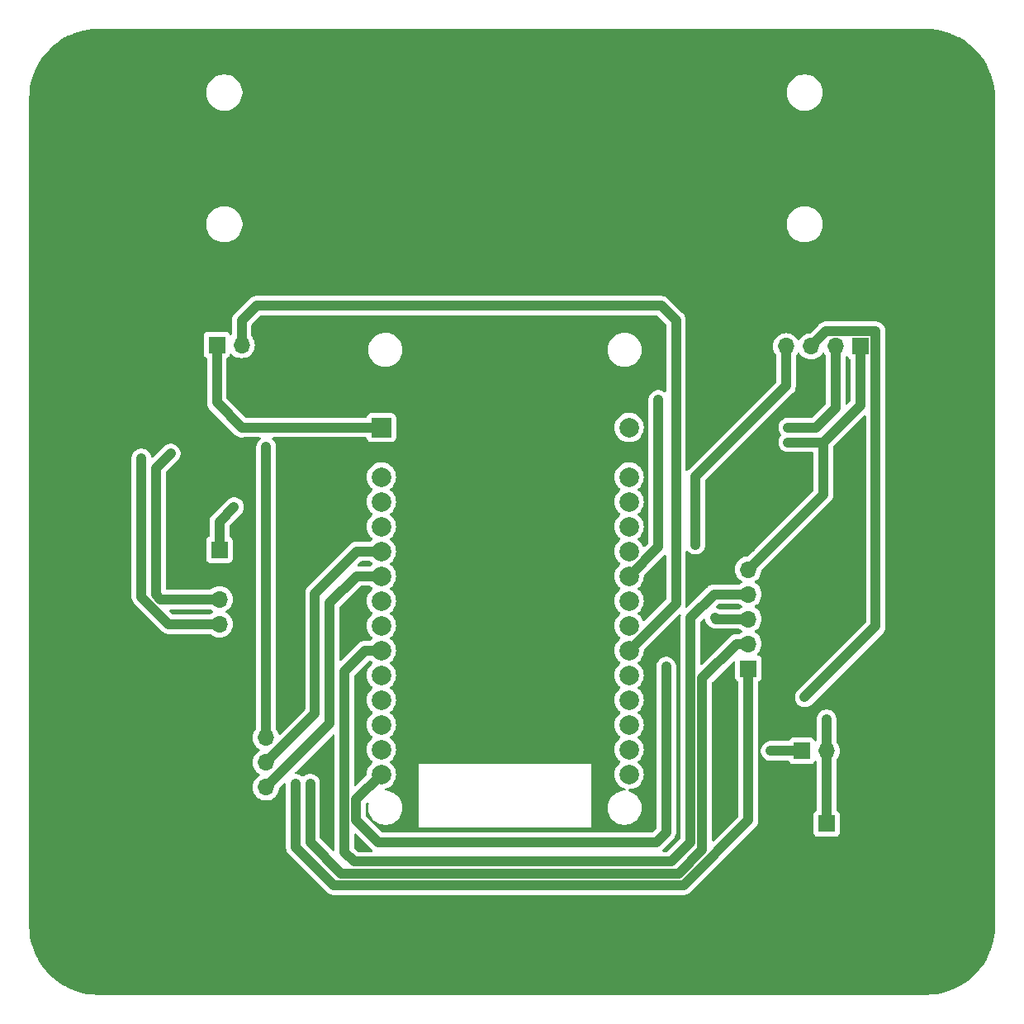
<source format=gbr>
%TF.GenerationSoftware,KiCad,Pcbnew,8.0.1*%
%TF.CreationDate,2024-04-16T10:16:22-05:00*%
%TF.ProjectId,DAQ-Bicineta,4441512d-4269-4636-996e-6574612e6b69,rev?*%
%TF.SameCoordinates,Original*%
%TF.FileFunction,Copper,L1,Top*%
%TF.FilePolarity,Positive*%
%FSLAX46Y46*%
G04 Gerber Fmt 4.6, Leading zero omitted, Abs format (unit mm)*
G04 Created by KiCad (PCBNEW 8.0.1) date 2024-04-16 10:16:22*
%MOMM*%
%LPD*%
G01*
G04 APERTURE LIST*
%TA.AperFunction,ComponentPad*%
%ADD10R,1.700000X1.700000*%
%TD*%
%TA.AperFunction,ComponentPad*%
%ADD11O,1.700000X1.700000*%
%TD*%
%TA.AperFunction,ComponentPad*%
%ADD12C,4.800000*%
%TD*%
%TA.AperFunction,ComponentPad*%
%ADD13R,2.000000X2.000000*%
%TD*%
%TA.AperFunction,ComponentPad*%
%ADD14C,2.000000*%
%TD*%
%TA.AperFunction,ViaPad*%
%ADD15C,0.600000*%
%TD*%
%TA.AperFunction,Conductor*%
%ADD16C,1.000000*%
%TD*%
%TA.AperFunction,Conductor*%
%ADD17C,0.200000*%
%TD*%
G04 APERTURE END LIST*
D10*
%TO.P,R-150k,1*%
%TO.N,CS_VCC*%
X179710000Y-124500000D03*
D11*
%TO.P,R-150k,2*%
%TO.N,T-D500_OUT*%
X182250000Y-124500000D03*
%TD*%
D10*
%TO.P,T-D500,1,Pin_1*%
%TO.N,T-D500_OUT*%
X182260000Y-131960000D03*
D11*
%TO.P,T-D500,2,Pin_2*%
%TO.N,CS_GND*%
X182260000Y-134500000D03*
%TD*%
D12*
%TO.P,H3,3*%
%TO.N,CS_GND*%
X107500000Y-142500000D03*
%TD*%
%TO.P,H1,1*%
%TO.N,CS_GND*%
X107500000Y-57500000D03*
%TD*%
%TO.P,H4,4*%
%TO.N,CS_GND*%
X192500000Y-142500000D03*
%TD*%
D10*
%TO.P,MicroSD1,1,Pin_1*%
%TO.N,MSD_CS*%
X174230000Y-116055000D03*
D11*
%TO.P,MicroSD1,2,Pin_2*%
%TO.N,MSD_SCK*%
X174230000Y-113515000D03*
%TO.P,MicroSD1,3,Pin_3*%
%TO.N,MSD_MOSI*%
X174230000Y-110975000D03*
%TO.P,MicroSD1,4,Pin_4*%
%TO.N,MSD_MISO*%
X174230000Y-108435000D03*
%TO.P,MicroSD1,5,Pin_5*%
%TO.N,GPS_VCC*%
X174230000Y-105895000D03*
%TO.P,MicroSD1,6,Pin_6*%
%TO.N,CS_GND*%
X174230000Y-103355000D03*
%TD*%
D10*
%TO.P,GPS1,1,Pin_1*%
%TO.N,CS_GND*%
X124775000Y-130780000D03*
D11*
%TO.P,GPS1,2,Pin_2*%
%TO.N,GPS_TX*%
X124775000Y-128240000D03*
%TO.P,GPS1,3,Pin_3*%
%TO.N,GPS_RX*%
X124775000Y-125700000D03*
%TO.P,GPS1,4,Pin_4*%
%TO.N,GPS_VCC*%
X124775000Y-123160000D03*
%TD*%
D10*
%TO.P,ACS712,1,Pin_1*%
%TO.N,CS_VCC*%
X119725000Y-82880000D03*
D11*
%TO.P,ACS712,2,Pin_2*%
%TO.N,CS_OUT*%
X122265000Y-82880000D03*
%TO.P,ACS712,3,Pin_3*%
%TO.N,CS_GND*%
X124805000Y-82880000D03*
%TD*%
D10*
%TO.P,KY-24,1,Pin_1*%
%TO.N,KY_A0*%
X120000000Y-103880000D03*
D11*
%TO.P,KY-24,2,Pin_2*%
%TO.N,CS_GND*%
X120000000Y-106420000D03*
%TO.P,KY-24,3,Pin_3*%
%TO.N,GPS_VCC*%
X120000000Y-108960000D03*
%TO.P,KY-24,4,Pin_4*%
%TO.N,KY_DO*%
X120000000Y-111500000D03*
%TD*%
D10*
%TO.P,PowerModule1,1,Pin_1*%
%TO.N,GPS_VCC*%
X185725000Y-83025000D03*
D11*
%TO.P,PowerModule1,2,Pin_2*%
X183185000Y-83025000D03*
%TO.P,PowerModule1,3,Pin_3*%
%TO.N,PM_I*%
X180645000Y-83025000D03*
%TO.P,PowerModule1,4,Pin_4*%
%TO.N,PM_V*%
X178105000Y-83025000D03*
%TO.P,PowerModule1,5,Pin_5*%
%TO.N,CS_GND*%
X175565000Y-83025000D03*
%TO.P,PowerModule1,6,Pin_6*%
X173025000Y-83025000D03*
%TD*%
D12*
%TO.P,H2,2*%
%TO.N,CS_GND*%
X192500000Y-57500000D03*
%TD*%
D13*
%TO.P,U3,1,3V3*%
%TO.N,CS_VCC*%
X136600000Y-91340000D03*
D14*
%TO.P,U3,2,GND*%
%TO.N,CS_GND*%
X136600000Y-93880000D03*
%TO.P,U3,3,D15*%
%TO.N,unconnected-(U3-D15-Pad3)*%
X136600000Y-96420000D03*
%TO.P,U3,4,D2*%
%TO.N,unconnected-(U3-D2-Pad4)*%
X136600000Y-98960000D03*
%TO.P,U3,5,D4*%
%TO.N,unconnected-(U3-D4-Pad5)*%
X136600000Y-101500000D03*
%TO.P,U3,6,RX2*%
%TO.N,GPS_RX*%
X136600000Y-104040000D03*
%TO.P,U3,7,TX2*%
%TO.N,GPS_TX*%
X136600000Y-106580000D03*
%TO.P,U3,8,D5*%
%TO.N,MSD_CS*%
X136600000Y-109120000D03*
%TO.P,U3,9,D18*%
%TO.N,MSD_SCK*%
X136600000Y-111660000D03*
%TO.P,U3,10,D19*%
%TO.N,MSD_MISO*%
X136600000Y-114200000D03*
%TO.P,U3,11,D21*%
%TO.N,unconnected-(U3-D21-Pad11)*%
X136600000Y-116740000D03*
%TO.P,U3,12,RX0*%
%TO.N,unconnected-(U3-RX0-Pad12)*%
X136600000Y-119280000D03*
%TO.P,U3,13,TX0*%
%TO.N,unconnected-(U3-TX0-Pad13)*%
X136600000Y-121820000D03*
%TO.P,U3,14,D22*%
%TO.N,unconnected-(U3-D22-Pad14)*%
X136600000Y-124360000D03*
%TO.P,U3,15,D23*%
%TO.N,MSD_MOSI*%
X136600000Y-126900000D03*
%TO.P,U3,16,EN*%
%TO.N,unconnected-(U3-EN-Pad16)*%
X162000000Y-126900000D03*
%TO.P,U3,17,VP*%
%TO.N,unconnected-(U3-VP-Pad17)*%
X162000000Y-124360000D03*
%TO.P,U3,18,VN*%
%TO.N,unconnected-(U3-VN-Pad18)*%
X162000000Y-121820000D03*
%TO.P,U3,19,D34*%
%TO.N,T-D500_OUT*%
X162000000Y-119280000D03*
%TO.P,U3,20,D35*%
%TO.N,PM_I*%
X162000000Y-116740000D03*
%TO.P,U3,21,D32*%
%TO.N,CS_OUT*%
X162000000Y-114200000D03*
%TO.P,U3,22,D33*%
%TO.N,PM_V*%
X162000000Y-111660000D03*
%TO.P,U3,23,D25*%
%TO.N,unconnected-(U3-D25-Pad23)*%
X162000000Y-109120000D03*
%TO.P,U3,24,D26*%
%TO.N,KY_DO*%
X162000000Y-106580000D03*
%TO.P,U3,25,D27*%
%TO.N,KY_A0*%
X162000000Y-104040000D03*
%TO.P,U3,26,D14*%
%TO.N,unconnected-(U3-D14-Pad26)*%
X162000000Y-101500000D03*
%TO.P,U3,27,D12*%
%TO.N,unconnected-(U3-D12-Pad27)*%
X162000000Y-98960000D03*
%TO.P,U3,28,D13*%
%TO.N,unconnected-(U3-D13-Pad28)*%
X162000000Y-96420000D03*
%TO.P,U3,29,GND*%
%TO.N,CS_GND*%
X162000000Y-93880000D03*
%TO.P,U3,30,VIN*%
%TO.N,GPS_VCC*%
X162000000Y-91340000D03*
%TD*%
D15*
%TO.N,CS_VCC*%
X176500000Y-124500000D03*
%TO.N,T-D500_OUT*%
X182250000Y-121250000D03*
%TO.N,KY_DO*%
X165000000Y-88500000D03*
X112000000Y-94500000D03*
%TO.N,KY_A0*%
X121500000Y-99500000D03*
%TO.N,GPS_VCC*%
X178300000Y-91355000D03*
X115000000Y-94000000D03*
X178300000Y-92855000D03*
X124800000Y-93355000D03*
%TO.N,MSD_SCK*%
X129300000Y-127855000D03*
%TO.N,MSD_CS*%
X127800000Y-127855000D03*
%TO.N,MSD_MOSI*%
X165800000Y-115855000D03*
X170800000Y-110855000D03*
%TO.N,PM_V*%
X168800000Y-103355000D03*
%TO.N,PM_I*%
X180000000Y-119000000D03*
%TD*%
D16*
%TO.N,CS_VCC*%
X179710000Y-124500000D02*
X176500000Y-124500000D01*
%TO.N,T-D500_OUT*%
X182250000Y-131950000D02*
X182260000Y-131960000D01*
X182250000Y-124500000D02*
X182250000Y-131950000D01*
X182250000Y-124500000D02*
X182250000Y-121250000D01*
%TO.N,KY_DO*%
X114802944Y-111500000D02*
X112000000Y-108697056D01*
X120000000Y-111500000D02*
X114802944Y-111500000D01*
X165000000Y-88500000D02*
X165000000Y-103580000D01*
X112000000Y-108697056D02*
X112000000Y-94500000D01*
X165000000Y-103580000D02*
X162000000Y-106580000D01*
%TO.N,KY_A0*%
X120000000Y-101000000D02*
X121500000Y-99500000D01*
X120000000Y-103880000D02*
X120000000Y-101000000D01*
%TO.N,GPS_VCC*%
X185700000Y-83050000D02*
X185700000Y-89080000D01*
X124775000Y-123160000D02*
X124775000Y-93380000D01*
X124775000Y-93380000D02*
X124800000Y-93355000D01*
X185725000Y-83025000D02*
X185700000Y-83050000D01*
X183185000Y-89315000D02*
X181145000Y-91355000D01*
X181925000Y-92855000D02*
X181925000Y-98200000D01*
X185700000Y-89080000D02*
X181925000Y-92855000D01*
X120000000Y-108960000D02*
X113960000Y-108960000D01*
X113960000Y-108960000D02*
X113500000Y-108500000D01*
X181145000Y-91355000D02*
X178300000Y-91355000D01*
X180800000Y-92855000D02*
X181925000Y-92855000D01*
X113500000Y-108500000D02*
X113500000Y-95500000D01*
X183185000Y-83025000D02*
X183185000Y-89315000D01*
X181925000Y-98200000D02*
X174230000Y-105895000D01*
X178300000Y-92855000D02*
X180800000Y-92855000D01*
X113500000Y-95500000D02*
X115000000Y-94000000D01*
%TO.N,GPS_RX*%
X124775000Y-125700000D02*
X129800000Y-120675000D01*
X134115000Y-104040000D02*
X136600000Y-104040000D01*
X129800000Y-108355000D02*
X134115000Y-104040000D01*
X129800000Y-120675000D02*
X129800000Y-108355000D01*
%TO.N,GPS_TX*%
X131300000Y-121715000D02*
X131300000Y-109355000D01*
X124775000Y-128240000D02*
X131300000Y-121715000D01*
X134075000Y-106580000D02*
X136600000Y-106580000D01*
X131300000Y-109355000D02*
X134075000Y-106580000D01*
D17*
%TO.N,CS_VCC*%
X122300000Y-91355000D02*
X122315000Y-91340000D01*
D16*
X119725000Y-88780000D02*
X122300000Y-91355000D01*
X119725000Y-82880000D02*
X119725000Y-88780000D01*
X122315000Y-91340000D02*
X136600000Y-91340000D01*
%TO.N,CS_OUT*%
X166800000Y-109400000D02*
X166800000Y-80355000D01*
X162000000Y-114200000D02*
X166800000Y-109400000D01*
X166800000Y-80355000D02*
X165300000Y-78855000D01*
X165300000Y-78855000D02*
X123800000Y-78855000D01*
X123800000Y-78855000D02*
X122265000Y-80390000D01*
X122265000Y-80390000D02*
X122265000Y-82880000D01*
%TO.N,MSD_MISO*%
X168300000Y-110855000D02*
X168300000Y-133855000D01*
X134955000Y-114200000D02*
X136600000Y-114200000D01*
X132800000Y-134855000D02*
X132800000Y-116355000D01*
X166300000Y-135855000D02*
X133800000Y-135855000D01*
X132800000Y-116355000D02*
X134955000Y-114200000D01*
X174230000Y-108435000D02*
X170720000Y-108435000D01*
X133800000Y-135855000D02*
X132800000Y-134855000D01*
X168300000Y-133855000D02*
X166300000Y-135855000D01*
X170720000Y-108435000D02*
X168300000Y-110855000D01*
%TO.N,MSD_SCK*%
X132500000Y-137055000D02*
X129300000Y-133855000D01*
X169500000Y-134655000D02*
X167100000Y-137055000D01*
X129300000Y-133855000D02*
X129300000Y-127855000D01*
X167100000Y-137055000D02*
X132500000Y-137055000D01*
X174230000Y-113515000D02*
X173027919Y-113515000D01*
X173027919Y-113515000D02*
X169500000Y-117042919D01*
X169500000Y-117042919D02*
X169500000Y-134655000D01*
%TO.N,MSD_CS*%
X131700000Y-138255000D02*
X127800000Y-134355000D01*
X174230000Y-131622056D02*
X167597056Y-138255000D01*
X174230000Y-116055000D02*
X174230000Y-131622056D01*
X127800000Y-134355000D02*
X127800000Y-127855000D01*
X167597056Y-138255000D02*
X131700000Y-138255000D01*
%TO.N,MSD_MOSI*%
X134000000Y-131555000D02*
X134000000Y-129500000D01*
X165800000Y-115855000D02*
X165800000Y-132855000D01*
X164800000Y-133855000D02*
X136300000Y-133855000D01*
X136300000Y-133855000D02*
X134000000Y-131555000D01*
X134000000Y-129500000D02*
X136600000Y-126900000D01*
X170920000Y-110975000D02*
X170800000Y-110855000D01*
X174230000Y-110975000D02*
X170920000Y-110975000D01*
X165800000Y-132855000D02*
X164800000Y-133855000D01*
%TO.N,PM_V*%
X178105000Y-87056238D02*
X168800000Y-96361238D01*
X168800000Y-96361238D02*
X168800000Y-103355000D01*
X178105000Y-83025000D02*
X178105000Y-87056238D01*
%TO.N,PM_I*%
X182195000Y-81475000D02*
X187275000Y-81475000D01*
X180645000Y-83025000D02*
X182195000Y-81475000D01*
X187275000Y-81475000D02*
X187275000Y-111725000D01*
X187275000Y-111725000D02*
X180000000Y-119000000D01*
%TD*%
%TA.AperFunction,Conductor*%
%TO.N,CS_GND*%
G36*
X164901257Y-79875185D02*
G01*
X164921899Y-79891819D01*
X165763181Y-80733101D01*
X165796666Y-80794424D01*
X165799500Y-80820782D01*
X165799500Y-87598929D01*
X165779815Y-87665968D01*
X165727011Y-87711723D01*
X165657853Y-87721667D01*
X165606609Y-87702031D01*
X165473920Y-87613371D01*
X165473907Y-87613364D01*
X165291839Y-87537950D01*
X165291829Y-87537947D01*
X165098543Y-87499500D01*
X165098541Y-87499500D01*
X164901459Y-87499500D01*
X164901457Y-87499500D01*
X164708170Y-87537947D01*
X164708160Y-87537950D01*
X164526092Y-87613364D01*
X164526079Y-87613371D01*
X164362218Y-87722860D01*
X164362214Y-87722863D01*
X164222863Y-87862214D01*
X164222860Y-87862218D01*
X164113371Y-88026079D01*
X164113364Y-88026092D01*
X164037950Y-88208160D01*
X164037947Y-88208170D01*
X163999500Y-88401456D01*
X163999500Y-103114216D01*
X163979815Y-103181255D01*
X163963181Y-103201897D01*
X163610295Y-103554782D01*
X163548972Y-103588267D01*
X163479280Y-103583283D01*
X163423347Y-103541411D01*
X163409058Y-103516911D01*
X163324173Y-103323393D01*
X163188166Y-103115217D01*
X163118463Y-103039500D01*
X163019744Y-102932262D01*
X162936991Y-102867852D01*
X162896179Y-102811143D01*
X162892504Y-102741370D01*
X162927136Y-102680687D01*
X162936985Y-102672151D01*
X163019744Y-102607738D01*
X163188164Y-102424785D01*
X163324173Y-102216607D01*
X163424063Y-101988881D01*
X163485108Y-101747821D01*
X163505643Y-101500000D01*
X163495542Y-101378101D01*
X163485109Y-101252187D01*
X163485107Y-101252175D01*
X163424063Y-101011118D01*
X163324173Y-100783393D01*
X163188166Y-100575217D01*
X163142943Y-100526092D01*
X163019744Y-100392262D01*
X162936991Y-100327852D01*
X162896179Y-100271143D01*
X162892504Y-100201370D01*
X162927136Y-100140687D01*
X162936985Y-100132151D01*
X163019744Y-100067738D01*
X163188164Y-99884785D01*
X163324173Y-99676607D01*
X163424063Y-99448881D01*
X163485108Y-99207821D01*
X163505643Y-98960000D01*
X163497540Y-98862215D01*
X163485109Y-98712187D01*
X163485107Y-98712175D01*
X163424063Y-98471118D01*
X163324173Y-98243393D01*
X163188166Y-98035217D01*
X163166557Y-98011744D01*
X163019744Y-97852262D01*
X162936991Y-97787852D01*
X162896179Y-97731143D01*
X162892504Y-97661370D01*
X162927136Y-97600687D01*
X162936985Y-97592151D01*
X163019744Y-97527738D01*
X163188164Y-97344785D01*
X163324173Y-97136607D01*
X163424063Y-96908881D01*
X163485108Y-96667821D01*
X163505643Y-96420000D01*
X163485108Y-96172179D01*
X163485107Y-96172175D01*
X163424063Y-95931118D01*
X163324173Y-95703393D01*
X163188166Y-95495217D01*
X163166557Y-95471744D01*
X163019744Y-95312262D01*
X162823509Y-95159526D01*
X162823507Y-95159525D01*
X162823506Y-95159524D01*
X162604811Y-95041172D01*
X162604802Y-95041169D01*
X162369616Y-94960429D01*
X162124335Y-94919500D01*
X161875665Y-94919500D01*
X161630383Y-94960429D01*
X161395197Y-95041169D01*
X161395188Y-95041172D01*
X161176493Y-95159524D01*
X160980257Y-95312261D01*
X160811833Y-95495217D01*
X160675826Y-95703393D01*
X160575936Y-95931118D01*
X160514892Y-96172175D01*
X160514890Y-96172187D01*
X160494357Y-96419994D01*
X160494357Y-96420005D01*
X160514890Y-96667812D01*
X160514892Y-96667824D01*
X160575936Y-96908881D01*
X160675826Y-97136606D01*
X160811833Y-97344782D01*
X160811836Y-97344785D01*
X160980256Y-97527738D01*
X161063008Y-97592147D01*
X161103821Y-97648857D01*
X161107496Y-97718630D01*
X161072864Y-97779313D01*
X161063014Y-97787848D01*
X161019268Y-97821898D01*
X160980257Y-97852261D01*
X160811833Y-98035217D01*
X160675826Y-98243393D01*
X160575936Y-98471118D01*
X160514892Y-98712175D01*
X160514890Y-98712187D01*
X160494357Y-98959994D01*
X160494357Y-98960005D01*
X160514890Y-99207812D01*
X160514892Y-99207824D01*
X160575936Y-99448881D01*
X160675826Y-99676606D01*
X160811833Y-99884782D01*
X160811836Y-99884785D01*
X160980256Y-100067738D01*
X161063008Y-100132147D01*
X161103821Y-100188857D01*
X161107496Y-100258630D01*
X161072864Y-100319313D01*
X161063014Y-100327848D01*
X161018855Y-100362219D01*
X160980257Y-100392261D01*
X160811833Y-100575217D01*
X160675826Y-100783393D01*
X160575936Y-101011118D01*
X160514892Y-101252175D01*
X160514890Y-101252187D01*
X160494357Y-101499994D01*
X160494357Y-101500005D01*
X160514890Y-101747812D01*
X160514892Y-101747824D01*
X160575936Y-101988881D01*
X160675826Y-102216606D01*
X160811833Y-102424782D01*
X160811836Y-102424785D01*
X160980256Y-102607738D01*
X161063008Y-102672147D01*
X161103821Y-102728857D01*
X161107496Y-102798630D01*
X161072864Y-102859313D01*
X161063014Y-102867848D01*
X161004400Y-102913469D01*
X160980257Y-102932261D01*
X160811833Y-103115217D01*
X160675826Y-103323393D01*
X160575936Y-103551118D01*
X160514892Y-103792175D01*
X160514890Y-103792187D01*
X160494357Y-104039994D01*
X160494357Y-104040005D01*
X160514890Y-104287812D01*
X160514892Y-104287824D01*
X160575936Y-104528881D01*
X160675826Y-104756606D01*
X160811833Y-104964782D01*
X160818786Y-104972335D01*
X160980256Y-105147738D01*
X161063008Y-105212147D01*
X161103821Y-105268857D01*
X161107496Y-105338630D01*
X161072864Y-105399313D01*
X161063014Y-105407848D01*
X161024465Y-105437853D01*
X160980257Y-105472261D01*
X160811833Y-105655217D01*
X160675826Y-105863393D01*
X160575936Y-106091118D01*
X160514892Y-106332175D01*
X160514890Y-106332187D01*
X160494357Y-106579994D01*
X160494357Y-106580005D01*
X160514890Y-106827812D01*
X160514892Y-106827824D01*
X160575936Y-107068881D01*
X160675826Y-107296606D01*
X160811833Y-107504782D01*
X160811836Y-107504785D01*
X160980256Y-107687738D01*
X161063008Y-107752147D01*
X161103821Y-107808857D01*
X161107496Y-107878630D01*
X161072864Y-107939313D01*
X161063014Y-107947848D01*
X161004400Y-107993469D01*
X160980257Y-108012261D01*
X160811833Y-108195217D01*
X160675826Y-108403393D01*
X160575936Y-108631118D01*
X160514892Y-108872175D01*
X160514890Y-108872187D01*
X160494357Y-109119994D01*
X160494357Y-109120005D01*
X160514890Y-109367812D01*
X160514892Y-109367824D01*
X160575936Y-109608881D01*
X160675826Y-109836606D01*
X160811833Y-110044782D01*
X160811836Y-110044785D01*
X160980256Y-110227738D01*
X161063008Y-110292147D01*
X161103821Y-110348857D01*
X161107496Y-110418630D01*
X161072864Y-110479313D01*
X161063014Y-110487848D01*
X161004400Y-110533469D01*
X160980257Y-110552261D01*
X160811833Y-110735217D01*
X160675826Y-110943393D01*
X160575936Y-111171118D01*
X160514892Y-111412175D01*
X160514890Y-111412187D01*
X160494357Y-111659994D01*
X160494357Y-111660005D01*
X160514890Y-111907812D01*
X160514892Y-111907824D01*
X160575936Y-112148881D01*
X160675826Y-112376606D01*
X160811833Y-112584782D01*
X160811836Y-112584785D01*
X160980256Y-112767738D01*
X161063008Y-112832147D01*
X161103821Y-112888857D01*
X161107496Y-112958630D01*
X161072864Y-113019313D01*
X161063014Y-113027848D01*
X161004400Y-113073469D01*
X160980257Y-113092261D01*
X160811833Y-113275217D01*
X160675826Y-113483393D01*
X160575936Y-113711118D01*
X160514892Y-113952175D01*
X160514890Y-113952187D01*
X160494357Y-114199994D01*
X160494357Y-114200005D01*
X160514890Y-114447812D01*
X160514892Y-114447824D01*
X160575936Y-114688881D01*
X160675826Y-114916606D01*
X160811833Y-115124782D01*
X160811836Y-115124785D01*
X160980256Y-115307738D01*
X161063008Y-115372147D01*
X161103821Y-115428857D01*
X161107496Y-115498630D01*
X161072864Y-115559313D01*
X161063014Y-115567848D01*
X161018564Y-115602446D01*
X160980257Y-115632261D01*
X160811833Y-115815217D01*
X160675826Y-116023393D01*
X160575936Y-116251118D01*
X160514892Y-116492175D01*
X160514890Y-116492187D01*
X160494357Y-116739994D01*
X160494357Y-116740005D01*
X160514890Y-116987812D01*
X160514892Y-116987824D01*
X160575936Y-117228881D01*
X160675826Y-117456606D01*
X160811833Y-117664782D01*
X160811836Y-117664785D01*
X160980256Y-117847738D01*
X161063008Y-117912147D01*
X161103821Y-117968857D01*
X161107496Y-118038630D01*
X161072864Y-118099313D01*
X161063014Y-118107848D01*
X161004400Y-118153469D01*
X160980257Y-118172261D01*
X160811833Y-118355217D01*
X160675826Y-118563393D01*
X160575936Y-118791118D01*
X160514892Y-119032175D01*
X160514890Y-119032187D01*
X160494357Y-119279994D01*
X160494357Y-119280005D01*
X160514890Y-119527812D01*
X160514892Y-119527824D01*
X160575936Y-119768881D01*
X160675826Y-119996606D01*
X160811833Y-120204782D01*
X160811836Y-120204785D01*
X160980256Y-120387738D01*
X161063008Y-120452147D01*
X161103821Y-120508857D01*
X161107496Y-120578630D01*
X161072864Y-120639313D01*
X161063014Y-120647848D01*
X160980256Y-120712262D01*
X160896046Y-120803738D01*
X160811833Y-120895217D01*
X160675826Y-121103393D01*
X160575936Y-121331118D01*
X160514892Y-121572175D01*
X160514890Y-121572187D01*
X160494357Y-121819994D01*
X160494357Y-121820005D01*
X160514890Y-122067812D01*
X160514892Y-122067824D01*
X160575936Y-122308881D01*
X160675826Y-122536606D01*
X160811833Y-122744782D01*
X160811836Y-122744785D01*
X160980256Y-122927738D01*
X161063008Y-122992147D01*
X161103821Y-123048857D01*
X161107496Y-123118630D01*
X161072864Y-123179313D01*
X161063014Y-123187848D01*
X161039429Y-123206206D01*
X160980257Y-123252261D01*
X160811833Y-123435217D01*
X160675826Y-123643393D01*
X160575936Y-123871118D01*
X160514892Y-124112175D01*
X160514890Y-124112187D01*
X160494357Y-124359994D01*
X160494357Y-124360005D01*
X160514890Y-124607812D01*
X160514892Y-124607824D01*
X160575936Y-124848881D01*
X160675826Y-125076606D01*
X160811833Y-125284782D01*
X160811836Y-125284785D01*
X160980256Y-125467738D01*
X161063008Y-125532147D01*
X161103821Y-125588857D01*
X161107496Y-125658630D01*
X161072864Y-125719313D01*
X161063014Y-125727848D01*
X161004400Y-125773469D01*
X160980257Y-125792261D01*
X160811833Y-125975217D01*
X160675826Y-126183393D01*
X160575936Y-126411118D01*
X160514892Y-126652175D01*
X160514890Y-126652187D01*
X160494357Y-126899994D01*
X160494357Y-126900005D01*
X160514890Y-127147812D01*
X160514892Y-127147824D01*
X160575936Y-127388881D01*
X160675826Y-127616606D01*
X160811833Y-127824782D01*
X160840084Y-127855471D01*
X160980256Y-128007738D01*
X161176491Y-128160474D01*
X161395190Y-128278828D01*
X161462710Y-128302007D01*
X161568188Y-128338219D01*
X161625203Y-128378605D01*
X161651334Y-128443404D01*
X161638282Y-128512044D01*
X161590194Y-128562732D01*
X161527925Y-128579500D01*
X161415258Y-128579500D01*
X161199474Y-128607910D01*
X161187762Y-128609452D01*
X161094076Y-128634554D01*
X160966112Y-128668842D01*
X160754123Y-128756650D01*
X160754109Y-128756657D01*
X160555382Y-128871392D01*
X160373338Y-129011081D01*
X160211081Y-129173338D01*
X160071392Y-129355382D01*
X159956657Y-129554109D01*
X159956650Y-129554123D01*
X159868842Y-129766112D01*
X159865676Y-129777928D01*
X159815342Y-129965782D01*
X159809453Y-129987759D01*
X159809451Y-129987770D01*
X159779500Y-130215258D01*
X159779500Y-130444741D01*
X159802105Y-130616436D01*
X159809452Y-130672238D01*
X159809453Y-130672240D01*
X159868842Y-130893887D01*
X159956650Y-131105876D01*
X159956657Y-131105890D01*
X160071392Y-131304617D01*
X160211081Y-131486661D01*
X160211089Y-131486670D01*
X160373330Y-131648911D01*
X160373338Y-131648918D01*
X160555382Y-131788607D01*
X160555385Y-131788608D01*
X160555388Y-131788611D01*
X160754112Y-131903344D01*
X160754117Y-131903346D01*
X160754123Y-131903349D01*
X160779579Y-131913893D01*
X160966113Y-131991158D01*
X161187762Y-132050548D01*
X161415266Y-132080500D01*
X161415273Y-132080500D01*
X161644727Y-132080500D01*
X161644734Y-132080500D01*
X161872238Y-132050548D01*
X162093887Y-131991158D01*
X162305888Y-131903344D01*
X162504612Y-131788611D01*
X162686661Y-131648919D01*
X162686665Y-131648914D01*
X162686670Y-131648911D01*
X162848911Y-131486670D01*
X162848914Y-131486665D01*
X162848919Y-131486661D01*
X162988611Y-131304612D01*
X163103344Y-131105888D01*
X163191158Y-130893887D01*
X163250548Y-130672238D01*
X163280500Y-130444734D01*
X163280500Y-130215266D01*
X163250548Y-129987762D01*
X163191158Y-129766113D01*
X163141190Y-129645480D01*
X163103349Y-129554123D01*
X163103346Y-129554117D01*
X163103344Y-129554112D01*
X162988611Y-129355388D01*
X162988608Y-129355385D01*
X162988607Y-129355382D01*
X162848918Y-129173338D01*
X162848911Y-129173330D01*
X162686670Y-129011089D01*
X162686661Y-129011081D01*
X162504617Y-128871392D01*
X162305890Y-128756657D01*
X162305876Y-128756650D01*
X162093887Y-128668842D01*
X162002197Y-128644274D01*
X161942538Y-128607910D01*
X161912009Y-128545063D01*
X161920304Y-128475688D01*
X161964789Y-128421810D01*
X162031341Y-128400535D01*
X162034292Y-128400500D01*
X162124335Y-128400500D01*
X162369614Y-128359571D01*
X162604810Y-128278828D01*
X162823509Y-128160474D01*
X163019744Y-128007738D01*
X163188164Y-127824785D01*
X163324173Y-127616607D01*
X163424063Y-127388881D01*
X163485108Y-127147821D01*
X163485109Y-127147812D01*
X163505643Y-126900005D01*
X163505643Y-126899994D01*
X163485109Y-126652187D01*
X163485107Y-126652175D01*
X163424063Y-126411118D01*
X163324173Y-126183393D01*
X163188166Y-125975217D01*
X163151514Y-125935403D01*
X163019744Y-125792262D01*
X162936991Y-125727852D01*
X162896179Y-125671143D01*
X162892504Y-125601370D01*
X162927136Y-125540687D01*
X162936985Y-125532151D01*
X163019744Y-125467738D01*
X163188164Y-125284785D01*
X163324173Y-125076607D01*
X163424063Y-124848881D01*
X163485108Y-124607821D01*
X163491891Y-124525965D01*
X163505643Y-124360005D01*
X163505643Y-124359994D01*
X163485109Y-124112187D01*
X163485107Y-124112175D01*
X163424063Y-123871118D01*
X163324173Y-123643393D01*
X163188166Y-123435217D01*
X163136543Y-123379140D01*
X163019744Y-123252262D01*
X162936991Y-123187852D01*
X162896179Y-123131143D01*
X162892504Y-123061370D01*
X162927136Y-123000687D01*
X162936985Y-122992151D01*
X163019744Y-122927738D01*
X163188164Y-122744785D01*
X163324173Y-122536607D01*
X163424063Y-122308881D01*
X163485108Y-122067821D01*
X163505643Y-121820000D01*
X163485108Y-121572179D01*
X163424063Y-121331119D01*
X163345255Y-121151456D01*
X163324173Y-121103393D01*
X163188166Y-120895217D01*
X163167860Y-120873159D01*
X163019744Y-120712262D01*
X162936991Y-120647852D01*
X162896179Y-120591143D01*
X162892504Y-120521370D01*
X162927136Y-120460687D01*
X162936985Y-120452151D01*
X163019744Y-120387738D01*
X163188164Y-120204785D01*
X163324173Y-119996607D01*
X163424063Y-119768881D01*
X163485108Y-119527821D01*
X163485109Y-119527812D01*
X163505643Y-119280005D01*
X163505643Y-119279994D01*
X163485109Y-119032187D01*
X163485107Y-119032175D01*
X163424063Y-118791118D01*
X163324173Y-118563393D01*
X163188166Y-118355217D01*
X163166557Y-118331744D01*
X163019744Y-118172262D01*
X162936991Y-118107852D01*
X162896179Y-118051143D01*
X162892504Y-117981370D01*
X162927136Y-117920687D01*
X162936985Y-117912151D01*
X163019744Y-117847738D01*
X163188164Y-117664785D01*
X163324173Y-117456607D01*
X163424063Y-117228881D01*
X163485108Y-116987821D01*
X163488005Y-116952864D01*
X163505643Y-116740005D01*
X163505643Y-116739994D01*
X163485109Y-116492187D01*
X163485107Y-116492175D01*
X163424063Y-116251118D01*
X163324173Y-116023393D01*
X163188166Y-115815217D01*
X163134075Y-115756459D01*
X163019744Y-115632262D01*
X162936991Y-115567852D01*
X162896179Y-115511143D01*
X162892504Y-115441370D01*
X162927136Y-115380687D01*
X162936985Y-115372151D01*
X163019744Y-115307738D01*
X163188164Y-115124785D01*
X163324173Y-114916607D01*
X163424063Y-114688881D01*
X163485108Y-114447821D01*
X163485109Y-114447812D01*
X163505643Y-114200004D01*
X163505643Y-114199995D01*
X163503447Y-114173498D01*
X163517527Y-114105062D01*
X163539339Y-114075579D01*
X167119968Y-110494950D01*
X167181289Y-110461467D01*
X167250981Y-110466451D01*
X167306914Y-110508323D01*
X167331331Y-110573787D01*
X167329266Y-110606816D01*
X167327965Y-110613359D01*
X167327963Y-110613368D01*
X167299500Y-110756456D01*
X167299500Y-133389218D01*
X167279815Y-133456257D01*
X167263181Y-133476899D01*
X165921899Y-134818181D01*
X165860576Y-134851666D01*
X165834218Y-134854500D01*
X165513392Y-134854500D01*
X165446353Y-134834815D01*
X165400598Y-134782011D01*
X165390654Y-134712853D01*
X165419679Y-134649297D01*
X165434725Y-134634648D01*
X165437776Y-134632142D01*
X165437782Y-134632139D01*
X165577139Y-134492782D01*
X165577139Y-134492780D01*
X165587347Y-134482573D01*
X165587348Y-134482570D01*
X166577140Y-133492781D01*
X166686632Y-133328914D01*
X166762052Y-133146835D01*
X166800501Y-132953540D01*
X166800501Y-132756459D01*
X166800501Y-132751349D01*
X166800500Y-132751323D01*
X166800500Y-115756456D01*
X166762052Y-115563170D01*
X166762051Y-115563169D01*
X166762051Y-115563165D01*
X166762049Y-115563160D01*
X166686635Y-115381092D01*
X166686628Y-115381079D01*
X166577139Y-115217218D01*
X166577136Y-115217214D01*
X166437785Y-115077863D01*
X166437781Y-115077860D01*
X166273920Y-114968371D01*
X166273907Y-114968364D01*
X166091839Y-114892950D01*
X166091829Y-114892947D01*
X165898543Y-114854500D01*
X165898541Y-114854500D01*
X165701459Y-114854500D01*
X165701457Y-114854500D01*
X165508170Y-114892947D01*
X165508160Y-114892950D01*
X165326092Y-114968364D01*
X165326079Y-114968371D01*
X165162218Y-115077860D01*
X165162214Y-115077863D01*
X165022863Y-115217214D01*
X165022860Y-115217218D01*
X164913371Y-115381079D01*
X164913364Y-115381092D01*
X164837950Y-115563160D01*
X164837947Y-115563170D01*
X164799500Y-115756456D01*
X164799500Y-132389217D01*
X164779815Y-132456256D01*
X164763181Y-132476898D01*
X164421899Y-132818181D01*
X164360576Y-132851666D01*
X164334218Y-132854500D01*
X136765782Y-132854500D01*
X136698743Y-132834815D01*
X136678101Y-132818181D01*
X135036819Y-131176899D01*
X135003334Y-131115576D01*
X135000500Y-131089218D01*
X135000500Y-129965782D01*
X135020185Y-129898743D01*
X135036819Y-129878101D01*
X135108491Y-129806429D01*
X135169814Y-129772944D01*
X135239506Y-129777928D01*
X135295439Y-129819800D01*
X135319856Y-129885264D01*
X135315947Y-129926200D01*
X135299453Y-129987759D01*
X135299451Y-129987770D01*
X135269500Y-130215258D01*
X135269500Y-130444741D01*
X135292105Y-130616436D01*
X135299452Y-130672238D01*
X135299453Y-130672240D01*
X135358842Y-130893887D01*
X135446650Y-131105876D01*
X135446657Y-131105890D01*
X135561392Y-131304617D01*
X135701081Y-131486661D01*
X135701089Y-131486670D01*
X135863330Y-131648911D01*
X135863338Y-131648918D01*
X136045382Y-131788607D01*
X136045385Y-131788608D01*
X136045388Y-131788611D01*
X136244112Y-131903344D01*
X136244117Y-131903346D01*
X136244123Y-131903349D01*
X136269579Y-131913893D01*
X136456113Y-131991158D01*
X136677762Y-132050548D01*
X136905266Y-132080500D01*
X136905273Y-132080500D01*
X137134727Y-132080500D01*
X137134734Y-132080500D01*
X137362238Y-132050548D01*
X137583887Y-131991158D01*
X137795888Y-131903344D01*
X137994612Y-131788611D01*
X138176661Y-131648919D01*
X138176665Y-131648914D01*
X138176670Y-131648911D01*
X138338911Y-131486670D01*
X138338914Y-131486665D01*
X138338919Y-131486661D01*
X138478611Y-131304612D01*
X138593344Y-131105888D01*
X138681158Y-130893887D01*
X138740548Y-130672238D01*
X138770500Y-130444734D01*
X138770500Y-130215266D01*
X138740548Y-129987762D01*
X138681158Y-129766113D01*
X138631190Y-129645480D01*
X138593349Y-129554123D01*
X138593346Y-129554117D01*
X138593344Y-129554112D01*
X138478611Y-129355388D01*
X138478608Y-129355385D01*
X138478607Y-129355382D01*
X138338918Y-129173338D01*
X138338911Y-129173330D01*
X138176670Y-129011089D01*
X138176661Y-129011081D01*
X137994617Y-128871392D01*
X137795890Y-128756657D01*
X137795876Y-128756650D01*
X137583887Y-128668842D01*
X137362238Y-128609452D01*
X137324215Y-128604446D01*
X137134741Y-128579500D01*
X137134734Y-128579500D01*
X137072075Y-128579500D01*
X137005036Y-128559815D01*
X136959281Y-128507011D01*
X136949337Y-128437853D01*
X136978362Y-128374297D01*
X137031812Y-128338219D01*
X137110976Y-128311040D01*
X137204810Y-128278828D01*
X137423509Y-128160474D01*
X137619744Y-128007738D01*
X137788164Y-127824785D01*
X137924173Y-127616607D01*
X138024063Y-127388881D01*
X138085108Y-127147821D01*
X138085109Y-127147812D01*
X138105643Y-126900005D01*
X138105643Y-126899994D01*
X138085109Y-126652187D01*
X138085107Y-126652175D01*
X138024063Y-126411118D01*
X137924173Y-126183393D01*
X137788166Y-125975217D01*
X137751514Y-125935403D01*
X137663690Y-125840000D01*
X140390000Y-125840000D01*
X140390000Y-132330000D01*
X158080000Y-132330000D01*
X158080000Y-125840000D01*
X140390000Y-125840000D01*
X137663690Y-125840000D01*
X137619744Y-125792262D01*
X137536991Y-125727852D01*
X137496179Y-125671143D01*
X137492504Y-125601370D01*
X137527136Y-125540687D01*
X137536985Y-125532151D01*
X137619744Y-125467738D01*
X137788164Y-125284785D01*
X137924173Y-125076607D01*
X138024063Y-124848881D01*
X138085108Y-124607821D01*
X138091891Y-124525965D01*
X138105643Y-124360005D01*
X138105643Y-124359994D01*
X138085109Y-124112187D01*
X138085107Y-124112175D01*
X138024063Y-123871118D01*
X137924173Y-123643393D01*
X137788166Y-123435217D01*
X137736543Y-123379140D01*
X137619744Y-123252262D01*
X137536991Y-123187852D01*
X137496179Y-123131143D01*
X137492504Y-123061370D01*
X137527136Y-123000687D01*
X137536985Y-122992151D01*
X137619744Y-122927738D01*
X137788164Y-122744785D01*
X137924173Y-122536607D01*
X138024063Y-122308881D01*
X138085108Y-122067821D01*
X138105643Y-121820000D01*
X138085108Y-121572179D01*
X138024063Y-121331119D01*
X137945255Y-121151456D01*
X137924173Y-121103393D01*
X137788166Y-120895217D01*
X137767860Y-120873159D01*
X137619744Y-120712262D01*
X137536991Y-120647852D01*
X137496179Y-120591143D01*
X137492504Y-120521370D01*
X137527136Y-120460687D01*
X137536985Y-120452151D01*
X137619744Y-120387738D01*
X137788164Y-120204785D01*
X137924173Y-119996607D01*
X138024063Y-119768881D01*
X138085108Y-119527821D01*
X138085109Y-119527812D01*
X138105643Y-119280005D01*
X138105643Y-119279994D01*
X138085109Y-119032187D01*
X138085107Y-119032175D01*
X138024063Y-118791118D01*
X137924173Y-118563393D01*
X137788166Y-118355217D01*
X137766557Y-118331744D01*
X137619744Y-118172262D01*
X137536991Y-118107852D01*
X137496179Y-118051143D01*
X137492504Y-117981370D01*
X137527136Y-117920687D01*
X137536985Y-117912151D01*
X137619744Y-117847738D01*
X137788164Y-117664785D01*
X137924173Y-117456607D01*
X138024063Y-117228881D01*
X138085108Y-116987821D01*
X138088005Y-116952864D01*
X138105643Y-116740005D01*
X138105643Y-116739994D01*
X138085109Y-116492187D01*
X138085107Y-116492175D01*
X138024063Y-116251118D01*
X137924173Y-116023393D01*
X137788166Y-115815217D01*
X137734075Y-115756459D01*
X137619744Y-115632262D01*
X137536991Y-115567852D01*
X137496179Y-115511143D01*
X137492504Y-115441370D01*
X137527136Y-115380687D01*
X137536985Y-115372151D01*
X137619744Y-115307738D01*
X137788164Y-115124785D01*
X137924173Y-114916607D01*
X138024063Y-114688881D01*
X138085108Y-114447821D01*
X138085109Y-114447812D01*
X138105643Y-114200005D01*
X138105643Y-114199994D01*
X138085109Y-113952187D01*
X138085107Y-113952175D01*
X138024063Y-113711118D01*
X137924173Y-113483393D01*
X137788166Y-113275217D01*
X137681625Y-113159483D01*
X137619744Y-113092262D01*
X137536991Y-113027852D01*
X137496179Y-112971143D01*
X137492504Y-112901370D01*
X137527136Y-112840687D01*
X137536985Y-112832151D01*
X137619744Y-112767738D01*
X137788164Y-112584785D01*
X137924173Y-112376607D01*
X138024063Y-112148881D01*
X138085108Y-111907821D01*
X138085109Y-111907812D01*
X138105643Y-111660005D01*
X138105643Y-111659994D01*
X138085109Y-111412187D01*
X138085107Y-111412175D01*
X138024063Y-111171118D01*
X137924173Y-110943393D01*
X137788166Y-110735217D01*
X137690015Y-110628597D01*
X137619744Y-110552262D01*
X137536991Y-110487852D01*
X137496179Y-110431143D01*
X137492504Y-110361370D01*
X137527136Y-110300687D01*
X137536985Y-110292151D01*
X137619744Y-110227738D01*
X137788164Y-110044785D01*
X137924173Y-109836607D01*
X138024063Y-109608881D01*
X138085108Y-109367821D01*
X138087841Y-109334836D01*
X138105643Y-109120005D01*
X138105643Y-109119994D01*
X138085109Y-108872187D01*
X138085107Y-108872175D01*
X138024063Y-108631118D01*
X137924173Y-108403393D01*
X137788166Y-108195217D01*
X137690015Y-108088597D01*
X137619744Y-108012262D01*
X137536991Y-107947852D01*
X137496179Y-107891143D01*
X137492504Y-107821370D01*
X137527136Y-107760687D01*
X137536985Y-107752151D01*
X137619744Y-107687738D01*
X137788164Y-107504785D01*
X137924173Y-107296607D01*
X138024063Y-107068881D01*
X138085108Y-106827821D01*
X138085109Y-106827812D01*
X138105643Y-106580005D01*
X138105643Y-106579994D01*
X138085109Y-106332187D01*
X138085107Y-106332175D01*
X138024063Y-106091118D01*
X137924173Y-105863393D01*
X137788166Y-105655217D01*
X137681625Y-105539483D01*
X137619744Y-105472262D01*
X137536991Y-105407852D01*
X137496179Y-105351143D01*
X137492504Y-105281370D01*
X137527136Y-105220687D01*
X137536985Y-105212151D01*
X137619744Y-105147738D01*
X137788164Y-104964785D01*
X137924173Y-104756607D01*
X138024063Y-104528881D01*
X138085108Y-104287821D01*
X138088935Y-104241635D01*
X138105643Y-104040005D01*
X138105643Y-104039994D01*
X138085109Y-103792187D01*
X138085107Y-103792175D01*
X138024063Y-103551118D01*
X137924173Y-103323393D01*
X137788166Y-103115217D01*
X137718463Y-103039500D01*
X137619744Y-102932262D01*
X137536991Y-102867852D01*
X137496179Y-102811143D01*
X137492504Y-102741370D01*
X137527136Y-102680687D01*
X137536985Y-102672151D01*
X137619744Y-102607738D01*
X137788164Y-102424785D01*
X137924173Y-102216607D01*
X138024063Y-101988881D01*
X138085108Y-101747821D01*
X138105643Y-101500000D01*
X138095542Y-101378101D01*
X138085109Y-101252187D01*
X138085107Y-101252175D01*
X138024063Y-101011118D01*
X137924173Y-100783393D01*
X137788166Y-100575217D01*
X137742943Y-100526092D01*
X137619744Y-100392262D01*
X137536991Y-100327852D01*
X137496179Y-100271143D01*
X137492504Y-100201370D01*
X137527136Y-100140687D01*
X137536985Y-100132151D01*
X137619744Y-100067738D01*
X137788164Y-99884785D01*
X137924173Y-99676607D01*
X138024063Y-99448881D01*
X138085108Y-99207821D01*
X138105643Y-98960000D01*
X138097540Y-98862215D01*
X138085109Y-98712187D01*
X138085107Y-98712175D01*
X138024063Y-98471118D01*
X137924173Y-98243393D01*
X137788166Y-98035217D01*
X137766557Y-98011744D01*
X137619744Y-97852262D01*
X137536991Y-97787852D01*
X137496179Y-97731143D01*
X137492504Y-97661370D01*
X137527136Y-97600687D01*
X137536985Y-97592151D01*
X137619744Y-97527738D01*
X137788164Y-97344785D01*
X137924173Y-97136607D01*
X138024063Y-96908881D01*
X138085108Y-96667821D01*
X138105643Y-96420000D01*
X138085108Y-96172179D01*
X138085107Y-96172175D01*
X138024063Y-95931118D01*
X137924173Y-95703393D01*
X137788166Y-95495217D01*
X137766557Y-95471744D01*
X137619744Y-95312262D01*
X137423509Y-95159526D01*
X137423507Y-95159525D01*
X137423506Y-95159524D01*
X137204811Y-95041172D01*
X137204802Y-95041169D01*
X136969616Y-94960429D01*
X136724335Y-94919500D01*
X136475665Y-94919500D01*
X136230383Y-94960429D01*
X135995197Y-95041169D01*
X135995188Y-95041172D01*
X135776493Y-95159524D01*
X135580257Y-95312261D01*
X135411833Y-95495217D01*
X135275826Y-95703393D01*
X135175936Y-95931118D01*
X135114892Y-96172175D01*
X135114890Y-96172187D01*
X135094357Y-96419994D01*
X135094357Y-96420005D01*
X135114890Y-96667812D01*
X135114892Y-96667824D01*
X135175936Y-96908881D01*
X135275826Y-97136606D01*
X135411833Y-97344782D01*
X135411836Y-97344785D01*
X135580256Y-97527738D01*
X135663008Y-97592147D01*
X135703821Y-97648857D01*
X135707496Y-97718630D01*
X135672864Y-97779313D01*
X135663014Y-97787848D01*
X135619268Y-97821898D01*
X135580257Y-97852261D01*
X135411833Y-98035217D01*
X135275826Y-98243393D01*
X135175936Y-98471118D01*
X135114892Y-98712175D01*
X135114890Y-98712187D01*
X135094357Y-98959994D01*
X135094357Y-98960005D01*
X135114890Y-99207812D01*
X135114892Y-99207824D01*
X135175936Y-99448881D01*
X135275826Y-99676606D01*
X135411833Y-99884782D01*
X135411836Y-99884785D01*
X135580256Y-100067738D01*
X135663008Y-100132147D01*
X135703821Y-100188857D01*
X135707496Y-100258630D01*
X135672864Y-100319313D01*
X135663014Y-100327848D01*
X135618855Y-100362219D01*
X135580257Y-100392261D01*
X135411833Y-100575217D01*
X135275826Y-100783393D01*
X135175936Y-101011118D01*
X135114892Y-101252175D01*
X135114890Y-101252187D01*
X135094357Y-101499994D01*
X135094357Y-101500005D01*
X135114890Y-101747812D01*
X135114892Y-101747824D01*
X135175936Y-101988881D01*
X135275826Y-102216606D01*
X135411833Y-102424782D01*
X135411836Y-102424785D01*
X135580256Y-102607738D01*
X135663008Y-102672147D01*
X135703821Y-102728857D01*
X135707496Y-102798630D01*
X135672864Y-102859313D01*
X135663014Y-102867848D01*
X135629182Y-102894180D01*
X135580255Y-102932262D01*
X135580252Y-102932265D01*
X135518374Y-102999483D01*
X135458487Y-103035474D01*
X135427145Y-103039500D01*
X134219675Y-103039500D01*
X134219655Y-103039499D01*
X134213541Y-103039499D01*
X134016460Y-103039499D01*
X134016457Y-103039499D01*
X133823172Y-103077946D01*
X133823164Y-103077948D01*
X133641088Y-103153366D01*
X133641079Y-103153371D01*
X133477219Y-103262859D01*
X133477215Y-103262862D01*
X130186581Y-106553498D01*
X129162220Y-107577859D01*
X129162218Y-107577861D01*
X129123260Y-107616819D01*
X129022859Y-107717219D01*
X128913371Y-107881079D01*
X128913364Y-107881092D01*
X128885712Y-107947854D01*
X128875985Y-107971337D01*
X128864646Y-107998711D01*
X128853308Y-108026085D01*
X128837950Y-108063161D01*
X128837947Y-108063169D01*
X128799500Y-108256456D01*
X128799500Y-120209217D01*
X128779815Y-120276256D01*
X128763181Y-120296898D01*
X126267304Y-122792774D01*
X126205981Y-122826259D01*
X126136289Y-122821275D01*
X126080356Y-122779403D01*
X126059848Y-122737185D01*
X126048906Y-122696346D01*
X126048904Y-122696342D01*
X126048903Y-122696337D01*
X125949035Y-122482171D01*
X125813495Y-122288599D01*
X125813494Y-122288597D01*
X125811819Y-122286922D01*
X125811315Y-122286000D01*
X125810014Y-122284449D01*
X125810325Y-122284187D01*
X125778334Y-122225599D01*
X125775500Y-122199241D01*
X125775500Y-93591434D01*
X125777883Y-93567242D01*
X125800500Y-93453543D01*
X125800500Y-93256457D01*
X125800499Y-93256455D01*
X125793817Y-93222861D01*
X125762051Y-93063165D01*
X125686631Y-92881086D01*
X125686630Y-92881085D01*
X125686627Y-92881079D01*
X125577139Y-92717219D01*
X125577136Y-92717215D01*
X125437784Y-92577863D01*
X125437780Y-92577860D01*
X125422428Y-92567602D01*
X125377623Y-92513989D01*
X125368916Y-92444664D01*
X125399071Y-92381637D01*
X125458514Y-92344918D01*
X125491319Y-92340500D01*
X134983023Y-92340500D01*
X135050062Y-92360185D01*
X135095817Y-92412989D01*
X135103266Y-92440134D01*
X135104124Y-92439932D01*
X135105907Y-92447479D01*
X135156202Y-92582328D01*
X135156206Y-92582335D01*
X135242452Y-92697544D01*
X135242455Y-92697547D01*
X135357664Y-92783793D01*
X135357671Y-92783797D01*
X135492517Y-92834091D01*
X135492516Y-92834091D01*
X135499444Y-92834835D01*
X135552127Y-92840500D01*
X137647872Y-92840499D01*
X137707483Y-92834091D01*
X137842331Y-92783796D01*
X137957546Y-92697546D01*
X138043796Y-92582331D01*
X138094091Y-92447483D01*
X138100500Y-92387873D01*
X138100500Y-91340005D01*
X160494357Y-91340005D01*
X160514890Y-91587812D01*
X160514892Y-91587824D01*
X160575936Y-91828881D01*
X160675826Y-92056606D01*
X160811833Y-92264782D01*
X160811836Y-92264785D01*
X160980256Y-92447738D01*
X161176491Y-92600474D01*
X161395190Y-92718828D01*
X161630386Y-92799571D01*
X161875665Y-92840500D01*
X162124335Y-92840500D01*
X162369614Y-92799571D01*
X162604810Y-92718828D01*
X162823509Y-92600474D01*
X163019744Y-92447738D01*
X163188164Y-92264785D01*
X163324173Y-92056607D01*
X163424063Y-91828881D01*
X163485108Y-91587821D01*
X163505643Y-91340000D01*
X163498720Y-91256456D01*
X163485109Y-91092187D01*
X163485107Y-91092175D01*
X163424063Y-90851118D01*
X163324173Y-90623393D01*
X163188166Y-90415217D01*
X163100342Y-90319815D01*
X163019744Y-90232262D01*
X162823509Y-90079526D01*
X162823507Y-90079525D01*
X162823506Y-90079524D01*
X162604811Y-89961172D01*
X162604802Y-89961169D01*
X162369616Y-89880429D01*
X162124335Y-89839500D01*
X161875665Y-89839500D01*
X161630383Y-89880429D01*
X161395197Y-89961169D01*
X161395188Y-89961172D01*
X161176493Y-90079524D01*
X160980257Y-90232261D01*
X160811833Y-90415217D01*
X160675826Y-90623393D01*
X160575936Y-90851118D01*
X160514892Y-91092175D01*
X160514890Y-91092187D01*
X160494357Y-91339994D01*
X160494357Y-91340005D01*
X138100500Y-91340005D01*
X138100499Y-90292128D01*
X138094091Y-90232517D01*
X138089341Y-90219782D01*
X138043797Y-90097671D01*
X138043793Y-90097664D01*
X137957547Y-89982455D01*
X137957544Y-89982452D01*
X137842335Y-89896206D01*
X137842328Y-89896202D01*
X137707482Y-89845908D01*
X137707483Y-89845908D01*
X137647883Y-89839501D01*
X137647881Y-89839500D01*
X137647873Y-89839500D01*
X137647864Y-89839500D01*
X135552129Y-89839500D01*
X135552123Y-89839501D01*
X135492516Y-89845908D01*
X135357671Y-89896202D01*
X135357664Y-89896206D01*
X135242455Y-89982452D01*
X135242452Y-89982455D01*
X135156206Y-90097664D01*
X135156202Y-90097671D01*
X135105908Y-90232517D01*
X135104126Y-90240062D01*
X135101853Y-90239525D01*
X135079571Y-90293312D01*
X135022177Y-90333157D01*
X134983024Y-90339500D01*
X122750782Y-90339500D01*
X122683743Y-90319815D01*
X122663101Y-90303181D01*
X120761819Y-88401899D01*
X120728334Y-88340576D01*
X120725500Y-88314218D01*
X120725500Y-84294141D01*
X120745185Y-84227102D01*
X120797989Y-84181347D01*
X120806149Y-84177966D01*
X120817331Y-84173796D01*
X120932546Y-84087546D01*
X121018796Y-83972331D01*
X121067810Y-83840916D01*
X121109681Y-83784984D01*
X121175145Y-83760566D01*
X121243418Y-83775417D01*
X121271673Y-83796569D01*
X121393599Y-83918495D01*
X121484983Y-83982483D01*
X121587165Y-84054032D01*
X121587167Y-84054033D01*
X121587170Y-84054035D01*
X121801337Y-84153903D01*
X121801343Y-84153904D01*
X121801344Y-84153905D01*
X121856285Y-84168626D01*
X122029592Y-84215063D01*
X122217918Y-84231539D01*
X122264999Y-84235659D01*
X122265000Y-84235659D01*
X122265001Y-84235659D01*
X122304234Y-84232226D01*
X122500408Y-84215063D01*
X122728663Y-84153903D01*
X122942830Y-84054035D01*
X123136401Y-83918495D01*
X123303495Y-83751401D01*
X123439035Y-83557830D01*
X123468454Y-83494741D01*
X135269500Y-83494741D01*
X135277807Y-83557834D01*
X135299452Y-83722238D01*
X135347298Y-83900805D01*
X135358842Y-83943887D01*
X135446650Y-84155876D01*
X135446657Y-84155890D01*
X135487771Y-84227102D01*
X135544030Y-84324546D01*
X135561392Y-84354617D01*
X135701081Y-84536661D01*
X135701089Y-84536670D01*
X135863330Y-84698911D01*
X135863338Y-84698918D01*
X136045382Y-84838607D01*
X136045385Y-84838608D01*
X136045388Y-84838611D01*
X136244112Y-84953344D01*
X136244117Y-84953346D01*
X136244123Y-84953349D01*
X136335480Y-84991190D01*
X136456113Y-85041158D01*
X136677762Y-85100548D01*
X136905266Y-85130500D01*
X136905273Y-85130500D01*
X137134727Y-85130500D01*
X137134734Y-85130500D01*
X137362238Y-85100548D01*
X137583887Y-85041158D01*
X137795888Y-84953344D01*
X137994612Y-84838611D01*
X138176661Y-84698919D01*
X138176665Y-84698914D01*
X138176670Y-84698911D01*
X138338911Y-84536670D01*
X138338914Y-84536665D01*
X138338919Y-84536661D01*
X138478611Y-84354612D01*
X138593344Y-84155888D01*
X138681158Y-83943887D01*
X138740548Y-83722238D01*
X138770499Y-83494741D01*
X159779500Y-83494741D01*
X159787807Y-83557834D01*
X159809452Y-83722238D01*
X159857298Y-83900805D01*
X159868842Y-83943887D01*
X159956650Y-84155876D01*
X159956657Y-84155890D01*
X159997771Y-84227102D01*
X160054030Y-84324546D01*
X160071392Y-84354617D01*
X160211081Y-84536661D01*
X160211089Y-84536670D01*
X160373330Y-84698911D01*
X160373338Y-84698918D01*
X160555382Y-84838607D01*
X160555385Y-84838608D01*
X160555388Y-84838611D01*
X160754112Y-84953344D01*
X160754117Y-84953346D01*
X160754123Y-84953349D01*
X160845480Y-84991190D01*
X160966113Y-85041158D01*
X161187762Y-85100548D01*
X161415266Y-85130500D01*
X161415273Y-85130500D01*
X161644727Y-85130500D01*
X161644734Y-85130500D01*
X161872238Y-85100548D01*
X162093887Y-85041158D01*
X162305888Y-84953344D01*
X162504612Y-84838611D01*
X162686661Y-84698919D01*
X162686665Y-84698914D01*
X162686670Y-84698911D01*
X162848911Y-84536670D01*
X162848914Y-84536665D01*
X162848919Y-84536661D01*
X162988611Y-84354612D01*
X163103344Y-84155888D01*
X163191158Y-83943887D01*
X163250548Y-83722238D01*
X163280500Y-83494734D01*
X163280500Y-83265266D01*
X163250548Y-83037762D01*
X163191158Y-82816113D01*
X163120113Y-82644596D01*
X163103349Y-82604123D01*
X163103346Y-82604117D01*
X163103344Y-82604112D01*
X162988611Y-82405388D01*
X162988608Y-82405385D01*
X162988607Y-82405382D01*
X162848918Y-82223338D01*
X162848911Y-82223330D01*
X162686670Y-82061089D01*
X162686661Y-82061081D01*
X162504617Y-81921392D01*
X162500891Y-81919241D01*
X162305888Y-81806656D01*
X162305876Y-81806650D01*
X162093887Y-81718842D01*
X161872238Y-81659452D01*
X161834215Y-81654446D01*
X161644741Y-81629500D01*
X161644734Y-81629500D01*
X161415266Y-81629500D01*
X161415258Y-81629500D01*
X161198715Y-81658009D01*
X161187762Y-81659452D01*
X161123790Y-81676593D01*
X160966112Y-81718842D01*
X160754123Y-81806650D01*
X160754109Y-81806657D01*
X160555382Y-81921392D01*
X160373338Y-82061081D01*
X160211081Y-82223338D01*
X160071392Y-82405382D01*
X159956657Y-82604109D01*
X159956650Y-82604123D01*
X159868842Y-82816112D01*
X159809453Y-83037759D01*
X159809451Y-83037770D01*
X159779500Y-83265258D01*
X159779500Y-83494741D01*
X138770499Y-83494741D01*
X138770500Y-83494734D01*
X138770500Y-83265266D01*
X138740548Y-83037762D01*
X138681158Y-82816113D01*
X138610113Y-82644596D01*
X138593349Y-82604123D01*
X138593346Y-82604117D01*
X138593344Y-82604112D01*
X138478611Y-82405388D01*
X138478608Y-82405385D01*
X138478607Y-82405382D01*
X138338918Y-82223338D01*
X138338911Y-82223330D01*
X138176670Y-82061089D01*
X138176661Y-82061081D01*
X137994617Y-81921392D01*
X137990891Y-81919241D01*
X137795888Y-81806656D01*
X137795876Y-81806650D01*
X137583887Y-81718842D01*
X137362238Y-81659452D01*
X137324215Y-81654446D01*
X137134741Y-81629500D01*
X137134734Y-81629500D01*
X136905266Y-81629500D01*
X136905258Y-81629500D01*
X136688715Y-81658009D01*
X136677762Y-81659452D01*
X136613790Y-81676593D01*
X136456112Y-81718842D01*
X136244123Y-81806650D01*
X136244109Y-81806657D01*
X136045382Y-81921392D01*
X135863338Y-82061081D01*
X135701081Y-82223338D01*
X135561392Y-82405382D01*
X135446657Y-82604109D01*
X135446650Y-82604123D01*
X135358842Y-82816112D01*
X135299453Y-83037759D01*
X135299451Y-83037770D01*
X135269500Y-83265258D01*
X135269500Y-83494741D01*
X123468454Y-83494741D01*
X123538903Y-83343663D01*
X123600063Y-83115408D01*
X123620659Y-82880000D01*
X123600063Y-82644592D01*
X123538903Y-82416337D01*
X123439035Y-82202171D01*
X123405024Y-82153597D01*
X123303494Y-82008597D01*
X123301819Y-82006922D01*
X123301315Y-82006000D01*
X123300014Y-82004449D01*
X123300325Y-82004187D01*
X123268334Y-81945599D01*
X123265500Y-81919241D01*
X123265500Y-80855782D01*
X123285185Y-80788743D01*
X123301819Y-80768101D01*
X124178101Y-79891819D01*
X124239424Y-79858334D01*
X124265782Y-79855500D01*
X164834218Y-79855500D01*
X164901257Y-79875185D01*
G37*
%TD.AperFunction*%
%TA.AperFunction,Conductor*%
G36*
X181999855Y-83691546D02*
G01*
X182016575Y-83710842D01*
X182146501Y-83896396D01*
X182146506Y-83896402D01*
X182148181Y-83898077D01*
X182148682Y-83898995D01*
X182149982Y-83900544D01*
X182149670Y-83900805D01*
X182181666Y-83959400D01*
X182184500Y-83985758D01*
X182184500Y-88849217D01*
X182164815Y-88916256D01*
X182148181Y-88936898D01*
X180766899Y-90318181D01*
X180705576Y-90351666D01*
X180679218Y-90354500D01*
X178201457Y-90354500D01*
X178008170Y-90392947D01*
X178008160Y-90392950D01*
X177826092Y-90468364D01*
X177826079Y-90468371D01*
X177662218Y-90577860D01*
X177662214Y-90577863D01*
X177522863Y-90717214D01*
X177522860Y-90717218D01*
X177413371Y-90881079D01*
X177413364Y-90881092D01*
X177337950Y-91063160D01*
X177337947Y-91063170D01*
X177299500Y-91256456D01*
X177299500Y-91256459D01*
X177299500Y-91453541D01*
X177299500Y-91453543D01*
X177299499Y-91453543D01*
X177337947Y-91646829D01*
X177337950Y-91646839D01*
X177413364Y-91828907D01*
X177413371Y-91828920D01*
X177522860Y-91992781D01*
X177522863Y-91992785D01*
X177547397Y-92017319D01*
X177580882Y-92078642D01*
X177575898Y-92148334D01*
X177547397Y-92192681D01*
X177522863Y-92217214D01*
X177522860Y-92217218D01*
X177413371Y-92381079D01*
X177413364Y-92381092D01*
X177337950Y-92563160D01*
X177337947Y-92563170D01*
X177299500Y-92756456D01*
X177299500Y-92953541D01*
X177337947Y-93146829D01*
X177337948Y-93146833D01*
X177337949Y-93146835D01*
X177337950Y-93146837D01*
X177413364Y-93328907D01*
X177413371Y-93328920D01*
X177522860Y-93492781D01*
X177522863Y-93492785D01*
X177662214Y-93632136D01*
X177662218Y-93632139D01*
X177826079Y-93741628D01*
X177826092Y-93741635D01*
X178008160Y-93817049D01*
X178008165Y-93817051D01*
X178008169Y-93817051D01*
X178008170Y-93817052D01*
X178201456Y-93855500D01*
X178201459Y-93855500D01*
X180701459Y-93855500D01*
X180800500Y-93855500D01*
X180867539Y-93875185D01*
X180913294Y-93927989D01*
X180924500Y-93979500D01*
X180924500Y-97734217D01*
X180904815Y-97801256D01*
X180888181Y-97821898D01*
X174196970Y-104513108D01*
X174135647Y-104546593D01*
X174120098Y-104548955D01*
X173994596Y-104559936D01*
X173994586Y-104559938D01*
X173766344Y-104621094D01*
X173766335Y-104621098D01*
X173552171Y-104720964D01*
X173552169Y-104720965D01*
X173358597Y-104856505D01*
X173191505Y-105023597D01*
X173055965Y-105217169D01*
X173055964Y-105217171D01*
X172956098Y-105431335D01*
X172956094Y-105431344D01*
X172894938Y-105659586D01*
X172894936Y-105659596D01*
X172874341Y-105894999D01*
X172874341Y-105895000D01*
X172894936Y-106130403D01*
X172894938Y-106130413D01*
X172956094Y-106358655D01*
X172956096Y-106358659D01*
X172956097Y-106358663D01*
X173015038Y-106485062D01*
X173055965Y-106572830D01*
X173055967Y-106572834D01*
X173191501Y-106766395D01*
X173191506Y-106766402D01*
X173358597Y-106933493D01*
X173358603Y-106933498D01*
X173544158Y-107063425D01*
X173587783Y-107118002D01*
X173594977Y-107187500D01*
X173563454Y-107249855D01*
X173544158Y-107266575D01*
X173358597Y-107396505D01*
X173356922Y-107398181D01*
X173356000Y-107398684D01*
X173354449Y-107399986D01*
X173354187Y-107399674D01*
X173295599Y-107431666D01*
X173269241Y-107434500D01*
X170621455Y-107434500D01*
X170524812Y-107453724D01*
X170428167Y-107472947D01*
X170428161Y-107472949D01*
X170374834Y-107495037D01*
X170374834Y-107495038D01*
X170329315Y-107513892D01*
X170246089Y-107548366D01*
X170246079Y-107548371D01*
X170082219Y-107657859D01*
X170022861Y-107717218D01*
X169942861Y-107797218D01*
X169942858Y-107797221D01*
X167980034Y-109760044D01*
X167918711Y-109793529D01*
X167849019Y-109788545D01*
X167793086Y-109746673D01*
X167768669Y-109681209D01*
X167770735Y-109648174D01*
X167800500Y-109498540D01*
X167800500Y-109301460D01*
X167800500Y-104068391D01*
X167820185Y-104001352D01*
X167872989Y-103955597D01*
X167942147Y-103945653D01*
X168005703Y-103974678D01*
X168020357Y-103989730D01*
X168022859Y-103992779D01*
X168022860Y-103992781D01*
X168022868Y-103992790D01*
X168162214Y-104132136D01*
X168162218Y-104132139D01*
X168326079Y-104241628D01*
X168326092Y-104241635D01*
X168437604Y-104287824D01*
X168508165Y-104317051D01*
X168508169Y-104317051D01*
X168508170Y-104317052D01*
X168701456Y-104355500D01*
X168701459Y-104355500D01*
X168898543Y-104355500D01*
X169028582Y-104329632D01*
X169091835Y-104317051D01*
X169273914Y-104241632D01*
X169437782Y-104132139D01*
X169577139Y-103992782D01*
X169686632Y-103828914D01*
X169762051Y-103646835D01*
X169781091Y-103551118D01*
X169800500Y-103453543D01*
X169800500Y-96827019D01*
X169820185Y-96759980D01*
X169836814Y-96739343D01*
X178742778Y-87833379D01*
X178742782Y-87833377D01*
X178882139Y-87694020D01*
X178991632Y-87530152D01*
X179067051Y-87348073D01*
X179105500Y-87154779D01*
X179105500Y-83985758D01*
X179125185Y-83918719D01*
X179141819Y-83898077D01*
X179143495Y-83896401D01*
X179273425Y-83710842D01*
X179328002Y-83667217D01*
X179397500Y-83660023D01*
X179459855Y-83691546D01*
X179476575Y-83710842D01*
X179606500Y-83896395D01*
X179606505Y-83896401D01*
X179773599Y-84063495D01*
X179870384Y-84131265D01*
X179967165Y-84199032D01*
X179967167Y-84199033D01*
X179967170Y-84199035D01*
X180181337Y-84298903D01*
X180409592Y-84360063D01*
X180597918Y-84376539D01*
X180644999Y-84380659D01*
X180645000Y-84380659D01*
X180645001Y-84380659D01*
X180684234Y-84377226D01*
X180880408Y-84360063D01*
X181108663Y-84298903D01*
X181322830Y-84199035D01*
X181516401Y-84063495D01*
X181683495Y-83896401D01*
X181813425Y-83710842D01*
X181868002Y-83667217D01*
X181937500Y-83660023D01*
X181999855Y-83691546D01*
G37*
%TD.AperFunction*%
%TA.AperFunction,Conductor*%
G36*
X192502211Y-50500578D02*
G01*
X192994924Y-50518176D01*
X193003717Y-50518804D01*
X193491755Y-50571274D01*
X193500471Y-50572527D01*
X193983520Y-50659679D01*
X193992128Y-50661552D01*
X194467713Y-50782938D01*
X194476177Y-50785423D01*
X194941866Y-50940419D01*
X194950160Y-50943512D01*
X195403602Y-51131335D01*
X195411653Y-51135012D01*
X195737022Y-51297879D01*
X195850551Y-51354708D01*
X195858287Y-51358931D01*
X196280432Y-51609401D01*
X196287842Y-51614164D01*
X196535063Y-51785813D01*
X196691001Y-51894083D01*
X196698087Y-51899387D01*
X196895443Y-52058426D01*
X197080257Y-52207358D01*
X197086940Y-52213149D01*
X197446152Y-52547588D01*
X197452411Y-52553847D01*
X197786850Y-52913059D01*
X197792647Y-52919749D01*
X198100612Y-53301912D01*
X198105916Y-53308998D01*
X198385827Y-53712145D01*
X198390602Y-53719574D01*
X198641062Y-54141703D01*
X198645294Y-54149453D01*
X198864987Y-54588346D01*
X198868664Y-54596397D01*
X199056487Y-55049839D01*
X199059580Y-55058133D01*
X199214571Y-55523807D01*
X199217065Y-55532300D01*
X199338442Y-56007851D01*
X199340324Y-56016500D01*
X199427468Y-56499505D01*
X199428728Y-56508267D01*
X199481193Y-56996264D01*
X199481824Y-57005093D01*
X199499421Y-57497788D01*
X199499500Y-57502214D01*
X199499500Y-142497785D01*
X199499421Y-142502211D01*
X199481824Y-142994906D01*
X199481193Y-143003735D01*
X199428728Y-143491732D01*
X199427468Y-143500494D01*
X199340324Y-143983499D01*
X199338442Y-143992148D01*
X199217065Y-144467699D01*
X199214571Y-144476192D01*
X199059580Y-144941866D01*
X199056487Y-144950160D01*
X198868664Y-145403602D01*
X198864987Y-145411653D01*
X198645294Y-145850546D01*
X198641056Y-145858308D01*
X198390613Y-146280408D01*
X198385827Y-146287854D01*
X198105916Y-146691001D01*
X198100612Y-146698087D01*
X197792647Y-147080250D01*
X197786850Y-147086940D01*
X197452411Y-147446152D01*
X197446152Y-147452411D01*
X197086940Y-147786850D01*
X197080250Y-147792647D01*
X196698087Y-148100612D01*
X196691001Y-148105916D01*
X196287854Y-148385827D01*
X196280412Y-148390610D01*
X195858308Y-148641056D01*
X195850546Y-148645294D01*
X195411653Y-148864987D01*
X195403602Y-148868664D01*
X194950160Y-149056487D01*
X194941866Y-149059580D01*
X194476192Y-149214571D01*
X194467699Y-149217065D01*
X193992148Y-149338442D01*
X193983499Y-149340324D01*
X193500494Y-149427468D01*
X193491732Y-149428728D01*
X193003735Y-149481193D01*
X192994906Y-149481824D01*
X192502212Y-149499421D01*
X192497786Y-149499500D01*
X107502214Y-149499500D01*
X107497788Y-149499421D01*
X107005093Y-149481824D01*
X106996264Y-149481193D01*
X106508267Y-149428728D01*
X106499505Y-149427468D01*
X106016500Y-149340324D01*
X106007851Y-149338442D01*
X105532300Y-149217065D01*
X105523807Y-149214571D01*
X105058133Y-149059580D01*
X105049839Y-149056487D01*
X104596397Y-148868664D01*
X104588346Y-148864987D01*
X104149453Y-148645294D01*
X104141703Y-148641062D01*
X103719574Y-148390602D01*
X103712145Y-148385827D01*
X103308998Y-148105916D01*
X103301912Y-148100612D01*
X102919749Y-147792647D01*
X102913059Y-147786850D01*
X102553847Y-147452411D01*
X102547588Y-147446152D01*
X102213149Y-147086940D01*
X102207352Y-147080250D01*
X101899387Y-146698087D01*
X101894083Y-146691001D01*
X101785813Y-146535063D01*
X101614164Y-146287842D01*
X101609401Y-146280432D01*
X101358931Y-145858287D01*
X101354705Y-145850546D01*
X101135012Y-145411653D01*
X101131335Y-145403602D01*
X100943512Y-144950160D01*
X100940419Y-144941866D01*
X100933700Y-144921679D01*
X100785423Y-144476177D01*
X100782938Y-144467713D01*
X100661552Y-143992128D01*
X100659679Y-143983520D01*
X100572527Y-143500471D01*
X100571274Y-143491755D01*
X100518804Y-143003717D01*
X100518176Y-142994924D01*
X100500579Y-142502211D01*
X100500500Y-142497785D01*
X100500500Y-108795599D01*
X110999499Y-108795599D01*
X111037947Y-108988885D01*
X111037950Y-108988895D01*
X111113364Y-109170963D01*
X111113371Y-109170976D01*
X111222859Y-109334836D01*
X111222860Y-109334837D01*
X111222861Y-109334838D01*
X111362218Y-109474195D01*
X111362219Y-109474195D01*
X111369286Y-109481262D01*
X111369285Y-109481262D01*
X111369288Y-109481264D01*
X114025804Y-112137781D01*
X114025805Y-112137782D01*
X114110523Y-112222500D01*
X114165163Y-112277140D01*
X114329024Y-112386628D01*
X114329030Y-112386632D01*
X114435689Y-112430811D01*
X114511108Y-112462051D01*
X114704398Y-112500499D01*
X114704401Y-112500500D01*
X114704403Y-112500500D01*
X119039242Y-112500500D01*
X119106281Y-112520185D01*
X119126923Y-112536819D01*
X119128599Y-112538495D01*
X119180788Y-112575038D01*
X119322165Y-112674032D01*
X119322167Y-112674033D01*
X119322170Y-112674035D01*
X119536337Y-112773903D01*
X119764592Y-112835063D01*
X119952918Y-112851539D01*
X119999999Y-112855659D01*
X120000000Y-112855659D01*
X120000001Y-112855659D01*
X120039234Y-112852226D01*
X120235408Y-112835063D01*
X120463663Y-112773903D01*
X120677830Y-112674035D01*
X120871401Y-112538495D01*
X121038495Y-112371401D01*
X121174035Y-112177830D01*
X121273903Y-111963663D01*
X121335063Y-111735408D01*
X121355659Y-111500000D01*
X121335063Y-111264592D01*
X121273903Y-111036337D01*
X121174035Y-110822171D01*
X121128024Y-110756459D01*
X121038494Y-110628597D01*
X120871402Y-110461506D01*
X120871396Y-110461501D01*
X120685842Y-110331575D01*
X120642217Y-110276998D01*
X120635023Y-110207500D01*
X120666546Y-110145145D01*
X120685842Y-110128425D01*
X120721300Y-110103597D01*
X120871401Y-109998495D01*
X121038495Y-109831401D01*
X121174035Y-109637830D01*
X121273903Y-109423663D01*
X121335063Y-109195408D01*
X121355659Y-108960000D01*
X121335063Y-108724592D01*
X121273903Y-108496337D01*
X121174035Y-108282171D01*
X121156032Y-108256459D01*
X121038494Y-108088597D01*
X120871402Y-107921506D01*
X120871395Y-107921501D01*
X120677834Y-107785967D01*
X120677830Y-107785965D01*
X120605305Y-107752146D01*
X120463663Y-107686097D01*
X120463659Y-107686096D01*
X120463655Y-107686094D01*
X120235413Y-107624938D01*
X120235403Y-107624936D01*
X120000001Y-107604341D01*
X119999999Y-107604341D01*
X119764596Y-107624936D01*
X119764586Y-107624938D01*
X119536344Y-107686094D01*
X119536337Y-107686096D01*
X119536337Y-107686097D01*
X119532820Y-107687737D01*
X119322171Y-107785964D01*
X119322169Y-107785965D01*
X119128597Y-107921505D01*
X119126922Y-107923181D01*
X119126000Y-107923684D01*
X119124449Y-107924986D01*
X119124187Y-107924674D01*
X119065599Y-107956666D01*
X119039241Y-107959500D01*
X114624500Y-107959500D01*
X114557461Y-107939815D01*
X114511706Y-107887011D01*
X114500500Y-107835500D01*
X114500500Y-104777870D01*
X118649500Y-104777870D01*
X118649501Y-104777876D01*
X118655908Y-104837483D01*
X118706202Y-104972328D01*
X118706206Y-104972335D01*
X118792452Y-105087544D01*
X118792455Y-105087547D01*
X118907664Y-105173793D01*
X118907671Y-105173797D01*
X119042517Y-105224091D01*
X119042516Y-105224091D01*
X119049444Y-105224835D01*
X119102127Y-105230500D01*
X120897872Y-105230499D01*
X120957483Y-105224091D01*
X121092331Y-105173796D01*
X121207546Y-105087546D01*
X121293796Y-104972331D01*
X121344091Y-104837483D01*
X121350500Y-104777873D01*
X121350499Y-102982128D01*
X121344091Y-102922517D01*
X121320517Y-102859313D01*
X121293797Y-102787671D01*
X121293793Y-102787664D01*
X121207547Y-102672455D01*
X121207544Y-102672452D01*
X121092335Y-102586206D01*
X121092332Y-102586205D01*
X121092331Y-102586204D01*
X121081161Y-102582038D01*
X121025231Y-102540166D01*
X121000816Y-102474701D01*
X121000500Y-102465858D01*
X121000500Y-101465782D01*
X121020185Y-101398743D01*
X121036819Y-101378101D01*
X122277136Y-100137785D01*
X122277136Y-100137784D01*
X122277139Y-100137782D01*
X122386631Y-99973915D01*
X122462051Y-99791836D01*
X122500500Y-99598541D01*
X122500500Y-99401460D01*
X122500500Y-99401457D01*
X122500499Y-99401455D01*
X122462052Y-99208172D01*
X122462051Y-99208165D01*
X122386631Y-99026086D01*
X122386630Y-99026085D01*
X122386627Y-99026079D01*
X122277139Y-98862219D01*
X122277136Y-98862215D01*
X122137784Y-98722863D01*
X122137780Y-98722860D01*
X121973920Y-98613372D01*
X121973911Y-98613367D01*
X121791835Y-98537949D01*
X121791827Y-98537947D01*
X121598543Y-98499500D01*
X121598540Y-98499500D01*
X121401459Y-98499500D01*
X121401456Y-98499500D01*
X121208171Y-98537947D01*
X121208163Y-98537949D01*
X121026087Y-98613367D01*
X121026078Y-98613372D01*
X120862218Y-98722860D01*
X120862214Y-98722863D01*
X119700297Y-99884782D01*
X119362220Y-100222859D01*
X119362218Y-100222861D01*
X119326449Y-100258630D01*
X119222859Y-100362219D01*
X119113371Y-100526079D01*
X119113364Y-100526092D01*
X119037950Y-100708160D01*
X119037947Y-100708170D01*
X118999500Y-100901456D01*
X118999500Y-102465858D01*
X118979815Y-102532897D01*
X118927011Y-102578652D01*
X118918847Y-102582034D01*
X118907669Y-102586204D01*
X118907664Y-102586206D01*
X118792455Y-102672452D01*
X118792452Y-102672455D01*
X118706206Y-102787664D01*
X118706202Y-102787671D01*
X118655908Y-102922517D01*
X118649501Y-102982116D01*
X118649501Y-102982123D01*
X118649500Y-102982135D01*
X118649500Y-104777870D01*
X114500500Y-104777870D01*
X114500500Y-95965782D01*
X114520185Y-95898743D01*
X114536819Y-95878101D01*
X115777136Y-94637785D01*
X115777136Y-94637784D01*
X115777139Y-94637782D01*
X115886631Y-94473915D01*
X115962051Y-94291836D01*
X116000500Y-94098541D01*
X116000500Y-93901460D01*
X116000500Y-93901457D01*
X116000499Y-93901455D01*
X115962051Y-93708165D01*
X115886631Y-93526086D01*
X115886630Y-93526085D01*
X115886627Y-93526079D01*
X115777139Y-93362219D01*
X115777136Y-93362215D01*
X115637784Y-93222863D01*
X115637780Y-93222860D01*
X115473920Y-93113372D01*
X115473911Y-93113367D01*
X115291835Y-93037949D01*
X115291827Y-93037947D01*
X115098543Y-92999500D01*
X115098540Y-92999500D01*
X114901459Y-92999500D01*
X114901456Y-92999500D01*
X114708171Y-93037947D01*
X114708163Y-93037949D01*
X114526087Y-93113367D01*
X114526078Y-93113372D01*
X114362218Y-93222860D01*
X114362214Y-93222863D01*
X113194921Y-94390157D01*
X113133598Y-94423642D01*
X113063906Y-94418658D01*
X113007973Y-94376786D01*
X112985623Y-94326667D01*
X112962052Y-94208172D01*
X112962052Y-94208170D01*
X112962051Y-94208165D01*
X112962049Y-94208160D01*
X112886635Y-94026092D01*
X112886628Y-94026079D01*
X112777139Y-93862218D01*
X112777136Y-93862214D01*
X112637785Y-93722863D01*
X112637781Y-93722860D01*
X112473920Y-93613371D01*
X112473907Y-93613364D01*
X112291839Y-93537950D01*
X112291829Y-93537947D01*
X112098543Y-93499500D01*
X112098541Y-93499500D01*
X111901459Y-93499500D01*
X111901457Y-93499500D01*
X111708170Y-93537947D01*
X111708160Y-93537950D01*
X111526092Y-93613364D01*
X111526079Y-93613371D01*
X111362218Y-93722860D01*
X111362214Y-93722863D01*
X111222863Y-93862214D01*
X111222860Y-93862218D01*
X111113371Y-94026079D01*
X111113364Y-94026092D01*
X111037950Y-94208160D01*
X111037947Y-94208170D01*
X110999500Y-94401456D01*
X110999500Y-94401459D01*
X110999500Y-108795597D01*
X110999500Y-108795599D01*
X110999499Y-108795599D01*
X100500500Y-108795599D01*
X100500500Y-83777870D01*
X118374500Y-83777870D01*
X118374501Y-83777876D01*
X118380908Y-83837483D01*
X118431202Y-83972328D01*
X118431206Y-83972335D01*
X118517452Y-84087544D01*
X118517455Y-84087547D01*
X118632665Y-84173794D01*
X118632667Y-84173794D01*
X118632669Y-84173796D01*
X118643830Y-84177958D01*
X118699764Y-84219826D01*
X118724184Y-84285289D01*
X118724500Y-84294141D01*
X118724500Y-88878541D01*
X118724500Y-88878543D01*
X118724499Y-88878543D01*
X118762947Y-89071829D01*
X118762950Y-89071839D01*
X118838364Y-89253907D01*
X118838371Y-89253920D01*
X118947860Y-89417781D01*
X118947863Y-89417785D01*
X119091537Y-89561459D01*
X119091559Y-89561479D01*
X121662215Y-92132136D01*
X121662219Y-92132139D01*
X121826079Y-92241627D01*
X121826083Y-92241629D01*
X121826086Y-92241631D01*
X122008164Y-92317051D01*
X122148261Y-92344918D01*
X122201455Y-92355499D01*
X122201458Y-92355500D01*
X122201460Y-92355500D01*
X122398541Y-92355500D01*
X122451739Y-92344918D01*
X122461970Y-92342882D01*
X122486161Y-92340500D01*
X124108681Y-92340500D01*
X124175720Y-92360185D01*
X124221475Y-92412989D01*
X124231419Y-92482147D01*
X124202394Y-92545703D01*
X124177572Y-92567602D01*
X124162219Y-92577860D01*
X124162213Y-92577865D01*
X124119780Y-92620296D01*
X124119776Y-92620302D01*
X123997863Y-92742214D01*
X123997860Y-92742217D01*
X123888371Y-92906080D01*
X123888364Y-92906093D01*
X123868712Y-92953540D01*
X123868712Y-92953541D01*
X123812950Y-93088161D01*
X123812947Y-93088171D01*
X123801278Y-93146836D01*
X123801278Y-93146837D01*
X123774500Y-93281456D01*
X123774500Y-122199241D01*
X123754815Y-122266280D01*
X123738181Y-122286922D01*
X123736505Y-122288597D01*
X123600965Y-122482169D01*
X123600964Y-122482171D01*
X123501098Y-122696335D01*
X123501094Y-122696344D01*
X123439938Y-122924586D01*
X123439938Y-122924587D01*
X123439937Y-122924592D01*
X123422113Y-123128314D01*
X123419341Y-123159999D01*
X123419341Y-123160000D01*
X123439936Y-123395403D01*
X123439938Y-123395413D01*
X123501094Y-123623655D01*
X123501096Y-123623659D01*
X123501097Y-123623663D01*
X123547354Y-123722861D01*
X123600965Y-123837830D01*
X123600967Y-123837834D01*
X123624274Y-123871119D01*
X123732783Y-124026086D01*
X123736501Y-124031395D01*
X123736506Y-124031402D01*
X123903597Y-124198493D01*
X123903603Y-124198498D01*
X124089158Y-124328425D01*
X124132783Y-124383002D01*
X124139977Y-124452500D01*
X124108454Y-124514855D01*
X124089158Y-124531575D01*
X123903597Y-124661505D01*
X123736505Y-124828597D01*
X123600965Y-125022169D01*
X123600964Y-125022171D01*
X123501098Y-125236335D01*
X123501094Y-125236344D01*
X123439938Y-125464586D01*
X123439938Y-125464587D01*
X123439937Y-125464592D01*
X123422113Y-125668314D01*
X123419341Y-125699999D01*
X123419341Y-125700000D01*
X123439936Y-125935403D01*
X123439938Y-125935413D01*
X123501094Y-126163655D01*
X123501096Y-126163659D01*
X123501097Y-126163663D01*
X123600965Y-126377830D01*
X123600967Y-126377834D01*
X123736501Y-126571395D01*
X123736506Y-126571402D01*
X123903597Y-126738493D01*
X123903603Y-126738498D01*
X124089158Y-126868425D01*
X124132783Y-126923002D01*
X124139977Y-126992500D01*
X124108454Y-127054855D01*
X124089158Y-127071575D01*
X123903597Y-127201505D01*
X123736505Y-127368597D01*
X123600965Y-127562169D01*
X123600964Y-127562171D01*
X123501098Y-127776335D01*
X123501094Y-127776344D01*
X123439938Y-128004586D01*
X123439938Y-128004587D01*
X123439937Y-128004592D01*
X123426299Y-128160474D01*
X123419341Y-128239999D01*
X123419341Y-128240000D01*
X123439936Y-128475403D01*
X123439938Y-128475413D01*
X123501094Y-128703655D01*
X123501096Y-128703659D01*
X123501097Y-128703663D01*
X123525809Y-128756657D01*
X123600965Y-128917830D01*
X123600967Y-128917834D01*
X123709281Y-129072521D01*
X123736505Y-129111401D01*
X123903599Y-129278495D01*
X124000384Y-129346265D01*
X124097165Y-129414032D01*
X124097167Y-129414033D01*
X124097170Y-129414035D01*
X124311337Y-129513903D01*
X124539592Y-129575063D01*
X124727918Y-129591539D01*
X124774999Y-129595659D01*
X124775000Y-129595659D01*
X124775001Y-129595659D01*
X124814234Y-129592226D01*
X125010408Y-129575063D01*
X125238663Y-129513903D01*
X125452830Y-129414035D01*
X125646401Y-129278495D01*
X125813495Y-129111401D01*
X125949035Y-128917830D01*
X126048903Y-128703663D01*
X126110063Y-128475408D01*
X126121043Y-128349901D01*
X126146495Y-128284834D01*
X126156882Y-128273036D01*
X126587819Y-127842099D01*
X126649142Y-127808615D01*
X126718834Y-127813599D01*
X126774767Y-127855471D01*
X126799184Y-127920935D01*
X126799500Y-127929781D01*
X126799500Y-134453541D01*
X126799500Y-134453543D01*
X126799499Y-134453543D01*
X126837947Y-134646829D01*
X126837950Y-134646839D01*
X126913364Y-134828907D01*
X126913371Y-134828920D01*
X127022860Y-134992781D01*
X127022863Y-134992785D01*
X127166537Y-135136459D01*
X127166559Y-135136479D01*
X130919735Y-138889655D01*
X130919764Y-138889686D01*
X131062214Y-139032136D01*
X131062218Y-139032139D01*
X131226079Y-139141628D01*
X131226092Y-139141635D01*
X131354833Y-139194961D01*
X131397744Y-139212735D01*
X131408164Y-139217051D01*
X131504812Y-139236275D01*
X131553135Y-139245887D01*
X131601458Y-139255500D01*
X131601459Y-139255500D01*
X167695598Y-139255500D01*
X167714926Y-139251655D01*
X167792244Y-139236275D01*
X167888892Y-139217051D01*
X167942221Y-139194961D01*
X168070970Y-139141632D01*
X168234838Y-139032139D01*
X168374195Y-138892782D01*
X168374195Y-138892780D01*
X168384403Y-138882573D01*
X168384404Y-138882570D01*
X175007139Y-132259838D01*
X175044129Y-132204477D01*
X175116631Y-132095972D01*
X175116636Y-132095962D01*
X175192050Y-131913893D01*
X175192053Y-131913884D01*
X175202481Y-131861460D01*
X175230499Y-131720600D01*
X175230500Y-131720598D01*
X175230500Y-124598543D01*
X175499499Y-124598543D01*
X175537947Y-124791829D01*
X175537950Y-124791839D01*
X175613364Y-124973907D01*
X175613371Y-124973920D01*
X175722860Y-125137781D01*
X175722863Y-125137785D01*
X175862214Y-125277136D01*
X175862218Y-125277139D01*
X176026079Y-125386628D01*
X176026092Y-125386635D01*
X176197137Y-125457483D01*
X176208165Y-125462051D01*
X176208169Y-125462051D01*
X176208170Y-125462052D01*
X176401456Y-125500500D01*
X176401459Y-125500500D01*
X178295859Y-125500500D01*
X178362898Y-125520185D01*
X178408653Y-125572989D01*
X178412030Y-125581140D01*
X178416204Y-125592331D01*
X178416205Y-125592332D01*
X178416206Y-125592335D01*
X178502452Y-125707544D01*
X178502455Y-125707547D01*
X178617664Y-125793793D01*
X178617671Y-125793797D01*
X178752517Y-125844091D01*
X178752516Y-125844091D01*
X178759444Y-125844835D01*
X178812127Y-125850500D01*
X180607872Y-125850499D01*
X180667483Y-125844091D01*
X180802331Y-125793796D01*
X180917546Y-125707546D01*
X181003796Y-125592331D01*
X181009318Y-125577525D01*
X181051188Y-125521593D01*
X181116652Y-125497175D01*
X181184925Y-125512026D01*
X181234331Y-125561430D01*
X181249500Y-125620859D01*
X181249500Y-130549587D01*
X181229815Y-130616626D01*
X181177011Y-130662381D01*
X181168838Y-130665767D01*
X181167674Y-130666200D01*
X181167664Y-130666206D01*
X181052455Y-130752452D01*
X181052452Y-130752455D01*
X180966206Y-130867664D01*
X180966202Y-130867671D01*
X180915908Y-131002517D01*
X180909501Y-131062116D01*
X180909501Y-131062123D01*
X180909500Y-131062135D01*
X180909500Y-132857870D01*
X180909501Y-132857876D01*
X180915908Y-132917483D01*
X180966202Y-133052328D01*
X180966206Y-133052335D01*
X181052452Y-133167544D01*
X181052455Y-133167547D01*
X181167664Y-133253793D01*
X181167671Y-133253797D01*
X181302517Y-133304091D01*
X181302516Y-133304091D01*
X181309444Y-133304835D01*
X181362127Y-133310500D01*
X183157872Y-133310499D01*
X183217483Y-133304091D01*
X183352331Y-133253796D01*
X183467546Y-133167546D01*
X183553796Y-133052331D01*
X183604091Y-132917483D01*
X183610500Y-132857873D01*
X183610499Y-131062128D01*
X183604091Y-131002517D01*
X183553796Y-130867669D01*
X183553795Y-130867668D01*
X183553793Y-130867664D01*
X183467547Y-130752455D01*
X183467544Y-130752452D01*
X183352334Y-130666205D01*
X183331164Y-130658309D01*
X183275231Y-130616436D01*
X183250816Y-130550971D01*
X183250500Y-130542128D01*
X183250500Y-125460758D01*
X183270185Y-125393719D01*
X183286819Y-125373077D01*
X183288495Y-125371401D01*
X183424035Y-125177830D01*
X183523903Y-124963663D01*
X183585063Y-124735408D01*
X183605659Y-124500000D01*
X183585063Y-124264592D01*
X183523903Y-124036337D01*
X183424035Y-123822171D01*
X183288495Y-123628599D01*
X183288494Y-123628597D01*
X183286819Y-123626922D01*
X183286315Y-123626000D01*
X183285014Y-123624449D01*
X183285325Y-123624187D01*
X183253334Y-123565599D01*
X183250500Y-123539241D01*
X183250500Y-121151456D01*
X183212052Y-120958170D01*
X183212051Y-120958169D01*
X183212051Y-120958165D01*
X183212049Y-120958160D01*
X183136635Y-120776092D01*
X183136628Y-120776079D01*
X183027139Y-120612218D01*
X183027136Y-120612214D01*
X182887785Y-120472863D01*
X182887781Y-120472860D01*
X182723920Y-120363371D01*
X182723907Y-120363364D01*
X182541839Y-120287950D01*
X182541829Y-120287947D01*
X182348543Y-120249500D01*
X182348541Y-120249500D01*
X182151459Y-120249500D01*
X182151457Y-120249500D01*
X181958170Y-120287947D01*
X181958160Y-120287950D01*
X181776092Y-120363364D01*
X181776079Y-120363371D01*
X181612218Y-120472860D01*
X181612214Y-120472863D01*
X181472863Y-120612214D01*
X181472860Y-120612218D01*
X181363371Y-120776079D01*
X181363364Y-120776092D01*
X181287950Y-120958160D01*
X181287947Y-120958170D01*
X181249500Y-121151456D01*
X181249500Y-123379140D01*
X181229815Y-123446179D01*
X181177011Y-123491934D01*
X181107853Y-123501878D01*
X181044297Y-123472853D01*
X181009318Y-123422473D01*
X181003797Y-123407671D01*
X181003793Y-123407664D01*
X180917547Y-123292455D01*
X180917544Y-123292452D01*
X180802335Y-123206206D01*
X180802328Y-123206202D01*
X180667482Y-123155908D01*
X180667483Y-123155908D01*
X180607883Y-123149501D01*
X180607881Y-123149500D01*
X180607873Y-123149500D01*
X180607864Y-123149500D01*
X178812129Y-123149500D01*
X178812123Y-123149501D01*
X178752516Y-123155908D01*
X178617671Y-123206202D01*
X178617664Y-123206206D01*
X178502455Y-123292452D01*
X178502452Y-123292455D01*
X178416206Y-123407664D01*
X178416204Y-123407668D01*
X178416204Y-123407669D01*
X178412039Y-123418834D01*
X178370171Y-123474766D01*
X178304707Y-123499184D01*
X178295859Y-123499500D01*
X176401457Y-123499500D01*
X176208170Y-123537947D01*
X176208160Y-123537950D01*
X176026092Y-123613364D01*
X176026079Y-123613371D01*
X175862218Y-123722860D01*
X175862214Y-123722863D01*
X175722863Y-123862214D01*
X175722860Y-123862218D01*
X175613371Y-124026079D01*
X175613364Y-124026092D01*
X175537950Y-124208160D01*
X175537947Y-124208170D01*
X175499500Y-124401456D01*
X175499500Y-124401459D01*
X175499500Y-124598541D01*
X175499500Y-124598543D01*
X175499499Y-124598543D01*
X175230500Y-124598543D01*
X175230500Y-117469141D01*
X175250185Y-117402102D01*
X175302989Y-117356347D01*
X175311149Y-117352966D01*
X175322331Y-117348796D01*
X175437546Y-117262546D01*
X175523796Y-117147331D01*
X175574091Y-117012483D01*
X175580500Y-116952873D01*
X175580499Y-115157128D01*
X175574091Y-115097517D01*
X175566759Y-115077860D01*
X175523797Y-114962671D01*
X175523793Y-114962664D01*
X175437547Y-114847455D01*
X175437544Y-114847452D01*
X175322335Y-114761206D01*
X175322328Y-114761202D01*
X175190917Y-114712189D01*
X175134983Y-114670318D01*
X175110566Y-114604853D01*
X175125418Y-114536580D01*
X175146563Y-114508332D01*
X175268495Y-114386401D01*
X175404035Y-114192830D01*
X175503903Y-113978663D01*
X175565063Y-113750408D01*
X175585659Y-113515000D01*
X175565063Y-113279592D01*
X175518626Y-113106285D01*
X175503905Y-113051344D01*
X175503904Y-113051343D01*
X175503903Y-113051337D01*
X175404035Y-112837171D01*
X175400517Y-112832146D01*
X175268494Y-112643597D01*
X175101402Y-112476506D01*
X175101396Y-112476501D01*
X174915842Y-112346575D01*
X174872217Y-112291998D01*
X174865023Y-112222500D01*
X174896546Y-112160145D01*
X174915842Y-112143425D01*
X174938026Y-112127891D01*
X175101401Y-112013495D01*
X175268495Y-111846401D01*
X175404035Y-111652830D01*
X175503903Y-111438663D01*
X175565063Y-111210408D01*
X175585659Y-110975000D01*
X175565063Y-110739592D01*
X175503903Y-110511337D01*
X175404035Y-110297171D01*
X175400517Y-110292146D01*
X175268494Y-110103597D01*
X175101402Y-109936506D01*
X175101396Y-109936501D01*
X174915842Y-109806575D01*
X174872217Y-109751998D01*
X174865023Y-109682500D01*
X174896546Y-109620145D01*
X174915842Y-109603425D01*
X175090304Y-109481265D01*
X175101401Y-109473495D01*
X175268495Y-109306401D01*
X175404035Y-109112830D01*
X175503903Y-108898663D01*
X175565063Y-108670408D01*
X175585659Y-108435000D01*
X175565063Y-108199592D01*
X175503903Y-107971337D01*
X175404035Y-107757171D01*
X175400517Y-107752146D01*
X175268494Y-107563597D01*
X175101402Y-107396506D01*
X175101396Y-107396501D01*
X174915842Y-107266575D01*
X174872217Y-107211998D01*
X174865023Y-107142500D01*
X174896546Y-107080145D01*
X174915842Y-107063425D01*
X174938026Y-107047891D01*
X175101401Y-106933495D01*
X175268495Y-106766401D01*
X175404035Y-106572830D01*
X175503903Y-106358663D01*
X175565063Y-106130408D01*
X175576043Y-106004900D01*
X175601495Y-105939833D01*
X175611882Y-105928036D01*
X182702139Y-98837782D01*
X182744616Y-98774211D01*
X182811632Y-98673914D01*
X182887051Y-98491835D01*
X182925500Y-98298541D01*
X182925500Y-93320782D01*
X182945185Y-93253743D01*
X182961819Y-93233101D01*
X186062819Y-90132101D01*
X186124142Y-90098616D01*
X186193834Y-90103600D01*
X186249767Y-90145472D01*
X186274184Y-90210936D01*
X186274500Y-90219782D01*
X186274500Y-111259217D01*
X186254815Y-111326256D01*
X186238181Y-111346898D01*
X179222863Y-118362215D01*
X179222860Y-118362219D01*
X179113372Y-118526079D01*
X179113367Y-118526089D01*
X179037949Y-118708163D01*
X179037947Y-118708171D01*
X178999500Y-118901455D01*
X178999500Y-119098544D01*
X179037947Y-119291828D01*
X179037949Y-119291836D01*
X179113367Y-119473910D01*
X179113372Y-119473920D01*
X179222860Y-119637780D01*
X179222863Y-119637784D01*
X179362215Y-119777136D01*
X179362219Y-119777139D01*
X179526079Y-119886627D01*
X179526083Y-119886629D01*
X179526086Y-119886631D01*
X179708164Y-119962051D01*
X179881884Y-119996606D01*
X179901455Y-120000499D01*
X179901458Y-120000500D01*
X179901460Y-120000500D01*
X180098542Y-120000500D01*
X180098543Y-120000499D01*
X180291836Y-119962051D01*
X180473914Y-119886631D01*
X180637781Y-119777139D01*
X188052140Y-112362781D01*
X188161632Y-112198914D01*
X188237052Y-112016835D01*
X188275500Y-111823540D01*
X188275500Y-111626459D01*
X188275500Y-81376459D01*
X188275500Y-81376456D01*
X188237052Y-81183170D01*
X188237051Y-81183169D01*
X188237051Y-81183165D01*
X188237049Y-81183160D01*
X188161635Y-81001092D01*
X188161628Y-81001079D01*
X188052139Y-80837218D01*
X188052136Y-80837214D01*
X187912785Y-80697863D01*
X187912781Y-80697860D01*
X187748920Y-80588371D01*
X187748907Y-80588364D01*
X187566839Y-80512950D01*
X187566829Y-80512947D01*
X187373543Y-80474500D01*
X187373541Y-80474500D01*
X182096459Y-80474500D01*
X182096458Y-80474500D01*
X182072931Y-80479180D01*
X182025876Y-80488540D01*
X181903167Y-80512947D01*
X181903159Y-80512950D01*
X181849834Y-80535037D01*
X181849834Y-80535038D01*
X181804315Y-80553892D01*
X181721089Y-80588366D01*
X181721079Y-80588371D01*
X181557219Y-80697859D01*
X181521978Y-80733101D01*
X181417861Y-80837218D01*
X181417858Y-80837221D01*
X180611970Y-81643108D01*
X180550647Y-81676593D01*
X180535098Y-81678955D01*
X180409596Y-81689936D01*
X180409586Y-81689938D01*
X180181344Y-81751094D01*
X180181335Y-81751098D01*
X179967171Y-81850964D01*
X179967169Y-81850965D01*
X179773597Y-81986505D01*
X179606505Y-82153597D01*
X179476575Y-82339158D01*
X179421998Y-82382783D01*
X179352500Y-82389977D01*
X179290145Y-82358454D01*
X179273425Y-82339158D01*
X179143494Y-82153597D01*
X178976402Y-81986506D01*
X178976395Y-81986501D01*
X178970148Y-81982127D01*
X178883406Y-81921389D01*
X178782834Y-81850967D01*
X178782830Y-81850965D01*
X178687796Y-81806650D01*
X178568663Y-81751097D01*
X178568659Y-81751096D01*
X178568655Y-81751094D01*
X178340413Y-81689938D01*
X178340403Y-81689936D01*
X178105001Y-81669341D01*
X178104999Y-81669341D01*
X177869596Y-81689936D01*
X177869586Y-81689938D01*
X177641344Y-81751094D01*
X177641335Y-81751098D01*
X177427171Y-81850964D01*
X177427169Y-81850965D01*
X177233597Y-81986505D01*
X177066505Y-82153597D01*
X176930965Y-82347169D01*
X176930964Y-82347171D01*
X176831098Y-82561335D01*
X176831094Y-82561344D01*
X176769938Y-82789586D01*
X176769936Y-82789596D01*
X176749341Y-83024999D01*
X176749341Y-83025000D01*
X176769936Y-83260403D01*
X176769938Y-83260413D01*
X176831094Y-83488655D01*
X176831096Y-83488659D01*
X176831097Y-83488663D01*
X176863352Y-83557834D01*
X176930965Y-83702830D01*
X176930967Y-83702834D01*
X176988490Y-83784984D01*
X177066501Y-83896396D01*
X177066506Y-83896402D01*
X177068181Y-83898077D01*
X177068682Y-83898995D01*
X177069982Y-83900544D01*
X177069670Y-83900805D01*
X177101666Y-83959400D01*
X177104500Y-83985758D01*
X177104500Y-86590455D01*
X177084815Y-86657494D01*
X177068181Y-86678136D01*
X172489861Y-91256456D01*
X168162221Y-95584096D01*
X168162218Y-95584099D01*
X168098471Y-95647846D01*
X168022860Y-95723456D01*
X168020352Y-95726513D01*
X168018633Y-95727683D01*
X168018553Y-95727764D01*
X168018537Y-95727748D01*
X167962605Y-95765846D01*
X167892761Y-95767715D01*
X167832993Y-95731527D01*
X167802278Y-95668770D01*
X167800500Y-95647846D01*
X167800500Y-80256456D01*
X167762052Y-80063170D01*
X167762051Y-80063169D01*
X167762051Y-80063165D01*
X167701132Y-79916092D01*
X167686635Y-79881092D01*
X167686628Y-79881079D01*
X167577140Y-79717219D01*
X167577139Y-79717218D01*
X167437782Y-79577861D01*
X167437781Y-79577860D01*
X166084208Y-78224288D01*
X166084206Y-78224285D01*
X166084206Y-78224286D01*
X166077139Y-78217219D01*
X166077139Y-78217218D01*
X165937782Y-78077861D01*
X165937781Y-78077860D01*
X165937780Y-78077859D01*
X165773920Y-77968371D01*
X165773911Y-77968366D01*
X165701315Y-77938296D01*
X165645165Y-77915038D01*
X165591836Y-77892949D01*
X165591832Y-77892948D01*
X165591828Y-77892946D01*
X165495188Y-77873724D01*
X165398544Y-77854500D01*
X165398541Y-77854500D01*
X123701459Y-77854500D01*
X123701455Y-77854500D01*
X123604812Y-77873724D01*
X123508167Y-77892947D01*
X123508161Y-77892949D01*
X123454834Y-77915037D01*
X123454834Y-77915038D01*
X123409315Y-77933892D01*
X123326089Y-77968366D01*
X123326079Y-77968371D01*
X123162219Y-78077859D01*
X123092540Y-78147538D01*
X123022861Y-78217218D01*
X123022858Y-78217221D01*
X121627221Y-79612858D01*
X121627218Y-79612861D01*
X121557538Y-79682540D01*
X121487859Y-79752219D01*
X121378371Y-79916079D01*
X121378364Y-79916092D01*
X121302950Y-80098160D01*
X121302947Y-80098170D01*
X121264500Y-80291456D01*
X121264500Y-81759140D01*
X121244815Y-81826179D01*
X121192011Y-81871934D01*
X121122853Y-81881878D01*
X121059297Y-81852853D01*
X121024318Y-81802473D01*
X121018797Y-81787671D01*
X121018793Y-81787664D01*
X120932547Y-81672455D01*
X120932544Y-81672452D01*
X120817335Y-81586206D01*
X120817328Y-81586202D01*
X120682482Y-81535908D01*
X120682483Y-81535908D01*
X120622883Y-81529501D01*
X120622881Y-81529500D01*
X120622873Y-81529500D01*
X120622864Y-81529500D01*
X118827129Y-81529500D01*
X118827123Y-81529501D01*
X118767516Y-81535908D01*
X118632671Y-81586202D01*
X118632664Y-81586206D01*
X118517455Y-81672452D01*
X118517452Y-81672455D01*
X118431206Y-81787664D01*
X118431202Y-81787671D01*
X118380908Y-81922517D01*
X118374501Y-81982116D01*
X118374500Y-81982135D01*
X118374500Y-83777870D01*
X100500500Y-83777870D01*
X100500500Y-70621288D01*
X118649500Y-70621288D01*
X118681161Y-70861785D01*
X118743947Y-71096104D01*
X118836773Y-71320205D01*
X118836776Y-71320212D01*
X118958064Y-71530289D01*
X118958066Y-71530292D01*
X118958067Y-71530293D01*
X119105733Y-71722736D01*
X119105739Y-71722743D01*
X119277256Y-71894260D01*
X119277262Y-71894265D01*
X119469711Y-72041936D01*
X119679788Y-72163224D01*
X119903900Y-72256054D01*
X120138211Y-72318838D01*
X120318586Y-72342584D01*
X120378711Y-72350500D01*
X120378712Y-72350500D01*
X120621289Y-72350500D01*
X120669388Y-72344167D01*
X120861789Y-72318838D01*
X121096100Y-72256054D01*
X121320212Y-72163224D01*
X121530289Y-72041936D01*
X121722738Y-71894265D01*
X121894265Y-71722738D01*
X122041936Y-71530289D01*
X122163224Y-71320212D01*
X122256054Y-71096100D01*
X122318838Y-70861789D01*
X122350500Y-70621288D01*
X178149500Y-70621288D01*
X178181161Y-70861785D01*
X178243947Y-71096104D01*
X178336773Y-71320205D01*
X178336776Y-71320212D01*
X178458064Y-71530289D01*
X178458066Y-71530292D01*
X178458067Y-71530293D01*
X178605733Y-71722736D01*
X178605739Y-71722743D01*
X178777256Y-71894260D01*
X178777262Y-71894265D01*
X178969711Y-72041936D01*
X179179788Y-72163224D01*
X179403900Y-72256054D01*
X179638211Y-72318838D01*
X179818586Y-72342584D01*
X179878711Y-72350500D01*
X179878712Y-72350500D01*
X180121289Y-72350500D01*
X180169388Y-72344167D01*
X180361789Y-72318838D01*
X180596100Y-72256054D01*
X180820212Y-72163224D01*
X181030289Y-72041936D01*
X181222738Y-71894265D01*
X181394265Y-71722738D01*
X181541936Y-71530289D01*
X181663224Y-71320212D01*
X181756054Y-71096100D01*
X181818838Y-70861789D01*
X181850500Y-70621288D01*
X181850500Y-70378712D01*
X181818838Y-70138211D01*
X181756054Y-69903900D01*
X181663224Y-69679788D01*
X181541936Y-69469711D01*
X181394265Y-69277262D01*
X181394260Y-69277256D01*
X181222743Y-69105739D01*
X181222736Y-69105733D01*
X181030293Y-68958067D01*
X181030292Y-68958066D01*
X181030289Y-68958064D01*
X180820212Y-68836776D01*
X180820205Y-68836773D01*
X180596104Y-68743947D01*
X180361785Y-68681161D01*
X180121289Y-68649500D01*
X180121288Y-68649500D01*
X179878712Y-68649500D01*
X179878711Y-68649500D01*
X179638214Y-68681161D01*
X179403895Y-68743947D01*
X179179794Y-68836773D01*
X179179785Y-68836777D01*
X178969706Y-68958067D01*
X178777263Y-69105733D01*
X178777256Y-69105739D01*
X178605739Y-69277256D01*
X178605733Y-69277263D01*
X178458067Y-69469706D01*
X178336777Y-69679785D01*
X178336773Y-69679794D01*
X178243947Y-69903895D01*
X178181161Y-70138214D01*
X178149500Y-70378711D01*
X178149500Y-70621288D01*
X122350500Y-70621288D01*
X122350500Y-70378712D01*
X122318838Y-70138211D01*
X122256054Y-69903900D01*
X122163224Y-69679788D01*
X122041936Y-69469711D01*
X121894265Y-69277262D01*
X121894260Y-69277256D01*
X121722743Y-69105739D01*
X121722736Y-69105733D01*
X121530293Y-68958067D01*
X121530292Y-68958066D01*
X121530289Y-68958064D01*
X121320212Y-68836776D01*
X121320205Y-68836773D01*
X121096104Y-68743947D01*
X120861785Y-68681161D01*
X120621289Y-68649500D01*
X120621288Y-68649500D01*
X120378712Y-68649500D01*
X120378711Y-68649500D01*
X120138214Y-68681161D01*
X119903895Y-68743947D01*
X119679794Y-68836773D01*
X119679785Y-68836777D01*
X119469706Y-68958067D01*
X119277263Y-69105733D01*
X119277256Y-69105739D01*
X119105739Y-69277256D01*
X119105733Y-69277263D01*
X118958067Y-69469706D01*
X118836777Y-69679785D01*
X118836773Y-69679794D01*
X118743947Y-69903895D01*
X118681161Y-70138214D01*
X118649500Y-70378711D01*
X118649500Y-70621288D01*
X100500500Y-70621288D01*
X100500500Y-57502214D01*
X100500579Y-57497788D01*
X100510261Y-57226695D01*
X100514026Y-57121288D01*
X118649500Y-57121288D01*
X118681161Y-57361785D01*
X118743947Y-57596104D01*
X118836773Y-57820205D01*
X118836776Y-57820212D01*
X118958064Y-58030289D01*
X118958066Y-58030292D01*
X118958067Y-58030293D01*
X119105733Y-58222736D01*
X119105739Y-58222743D01*
X119277256Y-58394260D01*
X119277262Y-58394265D01*
X119469711Y-58541936D01*
X119679788Y-58663224D01*
X119903900Y-58756054D01*
X120138211Y-58818838D01*
X120318586Y-58842584D01*
X120378711Y-58850500D01*
X120378712Y-58850500D01*
X120621289Y-58850500D01*
X120669388Y-58844167D01*
X120861789Y-58818838D01*
X121096100Y-58756054D01*
X121320212Y-58663224D01*
X121530289Y-58541936D01*
X121722738Y-58394265D01*
X121894265Y-58222738D01*
X122041936Y-58030289D01*
X122163224Y-57820212D01*
X122256054Y-57596100D01*
X122318838Y-57361789D01*
X122350500Y-57121288D01*
X178149500Y-57121288D01*
X178181161Y-57361785D01*
X178243947Y-57596104D01*
X178336773Y-57820205D01*
X178336776Y-57820212D01*
X178458064Y-58030289D01*
X178458066Y-58030292D01*
X178458067Y-58030293D01*
X178605733Y-58222736D01*
X178605739Y-58222743D01*
X178777256Y-58394260D01*
X178777262Y-58394265D01*
X178969711Y-58541936D01*
X179179788Y-58663224D01*
X179403900Y-58756054D01*
X179638211Y-58818838D01*
X179818586Y-58842584D01*
X179878711Y-58850500D01*
X179878712Y-58850500D01*
X180121289Y-58850500D01*
X180169388Y-58844167D01*
X180361789Y-58818838D01*
X180596100Y-58756054D01*
X180820212Y-58663224D01*
X181030289Y-58541936D01*
X181222738Y-58394265D01*
X181394265Y-58222738D01*
X181541936Y-58030289D01*
X181663224Y-57820212D01*
X181756054Y-57596100D01*
X181818838Y-57361789D01*
X181850500Y-57121288D01*
X181850500Y-56878712D01*
X181818838Y-56638211D01*
X181756054Y-56403900D01*
X181663224Y-56179788D01*
X181541936Y-55969711D01*
X181394265Y-55777262D01*
X181394260Y-55777256D01*
X181222743Y-55605739D01*
X181222736Y-55605733D01*
X181030293Y-55458067D01*
X181030292Y-55458066D01*
X181030289Y-55458064D01*
X180820212Y-55336776D01*
X180820205Y-55336773D01*
X180596104Y-55243947D01*
X180361785Y-55181161D01*
X180121289Y-55149500D01*
X180121288Y-55149500D01*
X179878712Y-55149500D01*
X179878711Y-55149500D01*
X179638214Y-55181161D01*
X179403895Y-55243947D01*
X179179794Y-55336773D01*
X179179785Y-55336777D01*
X178969706Y-55458067D01*
X178777263Y-55605733D01*
X178777256Y-55605739D01*
X178605739Y-55777256D01*
X178605733Y-55777263D01*
X178458067Y-55969706D01*
X178336777Y-56179785D01*
X178336773Y-56179794D01*
X178243947Y-56403895D01*
X178181161Y-56638214D01*
X178149500Y-56878711D01*
X178149500Y-57121288D01*
X122350500Y-57121288D01*
X122350500Y-56878712D01*
X122318838Y-56638211D01*
X122256054Y-56403900D01*
X122163224Y-56179788D01*
X122041936Y-55969711D01*
X121894265Y-55777262D01*
X121894260Y-55777256D01*
X121722743Y-55605739D01*
X121722736Y-55605733D01*
X121530293Y-55458067D01*
X121530292Y-55458066D01*
X121530289Y-55458064D01*
X121320212Y-55336776D01*
X121320205Y-55336773D01*
X121096104Y-55243947D01*
X120861785Y-55181161D01*
X120621289Y-55149500D01*
X120621288Y-55149500D01*
X120378712Y-55149500D01*
X120378711Y-55149500D01*
X120138214Y-55181161D01*
X119903895Y-55243947D01*
X119679794Y-55336773D01*
X119679785Y-55336777D01*
X119469706Y-55458067D01*
X119277263Y-55605733D01*
X119277256Y-55605739D01*
X119105739Y-55777256D01*
X119105733Y-55777263D01*
X118958067Y-55969706D01*
X118836777Y-56179785D01*
X118836773Y-56179794D01*
X118743947Y-56403895D01*
X118681161Y-56638214D01*
X118649500Y-56878711D01*
X118649500Y-57121288D01*
X100514026Y-57121288D01*
X100518176Y-57005073D01*
X100518804Y-56996284D01*
X100571274Y-56508240D01*
X100572527Y-56499532D01*
X100659680Y-56016473D01*
X100661551Y-56007877D01*
X100782940Y-55532278D01*
X100785421Y-55523829D01*
X100940423Y-55058121D01*
X100943512Y-55049839D01*
X101131335Y-54596397D01*
X101135012Y-54588346D01*
X101191837Y-54474822D01*
X101354714Y-54149436D01*
X101358924Y-54141724D01*
X101609409Y-53719554D01*
X101614155Y-53712170D01*
X101894087Y-53308992D01*
X101899387Y-53301912D01*
X102054401Y-53109551D01*
X102207369Y-52919728D01*
X102213131Y-52913079D01*
X102547595Y-52553839D01*
X102553839Y-52547595D01*
X102913079Y-52213131D01*
X102919728Y-52207369D01*
X103301918Y-51899382D01*
X103308998Y-51894083D01*
X103387624Y-51839492D01*
X103712170Y-51614155D01*
X103719554Y-51609409D01*
X104141724Y-51358924D01*
X104149436Y-51354714D01*
X104474822Y-51191837D01*
X104588346Y-51135012D01*
X104596397Y-51131335D01*
X104620281Y-51121442D01*
X105049850Y-50943507D01*
X105058121Y-50940423D01*
X105523829Y-50785421D01*
X105532278Y-50782940D01*
X106007877Y-50661551D01*
X106016473Y-50659680D01*
X106499532Y-50572527D01*
X106508240Y-50571274D01*
X106996284Y-50518804D01*
X107005073Y-50518176D01*
X107497788Y-50500578D01*
X107502214Y-50500500D01*
X107565892Y-50500500D01*
X192434108Y-50500500D01*
X192497786Y-50500500D01*
X192502211Y-50500578D01*
G37*
%TD.AperFunction*%
%TD*%
%TA.AperFunction,NonConductor*%
G36*
X119106281Y-109980185D02*
G01*
X119126923Y-109996819D01*
X119128597Y-109998493D01*
X119128603Y-109998498D01*
X119314158Y-110128425D01*
X119357783Y-110183002D01*
X119364977Y-110252500D01*
X119333454Y-110314855D01*
X119314158Y-110331575D01*
X119128597Y-110461505D01*
X119126922Y-110463181D01*
X119126000Y-110463684D01*
X119124449Y-110464986D01*
X119124187Y-110464674D01*
X119065599Y-110496666D01*
X119039241Y-110499500D01*
X115268727Y-110499500D01*
X115201688Y-110479815D01*
X115181046Y-110463181D01*
X114890046Y-110172181D01*
X114856561Y-110110858D01*
X114861545Y-110041166D01*
X114903417Y-109985233D01*
X114968881Y-109960816D01*
X114977727Y-109960500D01*
X119039242Y-109960500D01*
X119106281Y-109980185D01*
G37*
%TD.AperFunction*%
%TA.AperFunction,NonConductor*%
G36*
X184390703Y-84052146D02*
G01*
X184425681Y-84102525D01*
X184428921Y-84111211D01*
X184431204Y-84117332D01*
X184431206Y-84117335D01*
X184517452Y-84232544D01*
X184517455Y-84232547D01*
X184632663Y-84318792D01*
X184632665Y-84318793D01*
X184632669Y-84318796D01*
X184632673Y-84318797D01*
X184634924Y-84320027D01*
X184636746Y-84321849D01*
X184639769Y-84324112D01*
X184639443Y-84324546D01*
X184684331Y-84369431D01*
X184699500Y-84428861D01*
X184699500Y-88614218D01*
X184679815Y-88681257D01*
X184663181Y-88701899D01*
X184397181Y-88967899D01*
X184335858Y-89001384D01*
X184266166Y-88996400D01*
X184210233Y-88954528D01*
X184185816Y-88889064D01*
X184185500Y-88880218D01*
X184185500Y-84145859D01*
X184205185Y-84078820D01*
X184257989Y-84033065D01*
X184327147Y-84023121D01*
X184390703Y-84052146D01*
G37*
%TD.AperFunction*%
%TA.AperFunction,NonConductor*%
G36*
X135494184Y-105060185D02*
G01*
X135518374Y-105080517D01*
X135580252Y-105147734D01*
X135580256Y-105147738D01*
X135663008Y-105212147D01*
X135703821Y-105268857D01*
X135707496Y-105338630D01*
X135672864Y-105399313D01*
X135663014Y-105407848D01*
X135632839Y-105431335D01*
X135580255Y-105472262D01*
X135580252Y-105472265D01*
X135518374Y-105539483D01*
X135458487Y-105575474D01*
X135427145Y-105579500D01*
X134289783Y-105579500D01*
X134222744Y-105559815D01*
X134176989Y-105507011D01*
X134167045Y-105437853D01*
X134196070Y-105374297D01*
X134202102Y-105367819D01*
X134493102Y-105076819D01*
X134554425Y-105043334D01*
X134580783Y-105040500D01*
X135427145Y-105040500D01*
X135494184Y-105060185D01*
G37*
%TD.AperFunction*%
%TA.AperFunction,NonConductor*%
G36*
X173336281Y-109455185D02*
G01*
X173356923Y-109471819D01*
X173358597Y-109473493D01*
X173358603Y-109473498D01*
X173544158Y-109603425D01*
X173587783Y-109658002D01*
X173594977Y-109727500D01*
X173563454Y-109789855D01*
X173544158Y-109806575D01*
X173358597Y-109936505D01*
X173356922Y-109938181D01*
X173356000Y-109938684D01*
X173354449Y-109939986D01*
X173354187Y-109939674D01*
X173295599Y-109971666D01*
X173269241Y-109974500D01*
X171313381Y-109974500D01*
X171265928Y-109965061D01*
X171091836Y-109892949D01*
X171091830Y-109892947D01*
X170973330Y-109869376D01*
X170911419Y-109836991D01*
X170876845Y-109776275D01*
X170880585Y-109706506D01*
X170909839Y-109660080D01*
X171098101Y-109471819D01*
X171159424Y-109438334D01*
X171185782Y-109435500D01*
X173269242Y-109435500D01*
X173336281Y-109455185D01*
G37*
%TD.AperFunction*%
%TA.AperFunction,NonConductor*%
G36*
X165718834Y-104378600D02*
G01*
X165774767Y-104420472D01*
X165799184Y-104485936D01*
X165799500Y-104494782D01*
X165799500Y-108934217D01*
X165779815Y-109001256D01*
X165763181Y-109021898D01*
X163610295Y-111174783D01*
X163548972Y-111208268D01*
X163479280Y-111203284D01*
X163423347Y-111161412D01*
X163409058Y-111136912D01*
X163324173Y-110943393D01*
X163188166Y-110735217D01*
X163090015Y-110628597D01*
X163019744Y-110552262D01*
X162936991Y-110487852D01*
X162896179Y-110431143D01*
X162892504Y-110361370D01*
X162927136Y-110300687D01*
X162936985Y-110292151D01*
X163019744Y-110227738D01*
X163188164Y-110044785D01*
X163324173Y-109836607D01*
X163424063Y-109608881D01*
X163485108Y-109367821D01*
X163487841Y-109334836D01*
X163505643Y-109120005D01*
X163505643Y-109119994D01*
X163485109Y-108872187D01*
X163485107Y-108872175D01*
X163424063Y-108631118D01*
X163324173Y-108403393D01*
X163188166Y-108195217D01*
X163090015Y-108088597D01*
X163019744Y-108012262D01*
X162936991Y-107947852D01*
X162896179Y-107891143D01*
X162892504Y-107821370D01*
X162927136Y-107760687D01*
X162936985Y-107752151D01*
X163019744Y-107687738D01*
X163188164Y-107504785D01*
X163324173Y-107296607D01*
X163424063Y-107068881D01*
X163485108Y-106827821D01*
X163485109Y-106827812D01*
X163505643Y-106580004D01*
X163505643Y-106579995D01*
X163503447Y-106553498D01*
X163517527Y-106485062D01*
X163539339Y-106455579D01*
X165587820Y-104407099D01*
X165649142Y-104373616D01*
X165718834Y-104378600D01*
G37*
%TD.AperFunction*%
%TA.AperFunction,NonConductor*%
G36*
X135494184Y-107600185D02*
G01*
X135518374Y-107620517D01*
X135578745Y-107686097D01*
X135580256Y-107687738D01*
X135663008Y-107752147D01*
X135703821Y-107808857D01*
X135707496Y-107878630D01*
X135672864Y-107939313D01*
X135663014Y-107947848D01*
X135604400Y-107993469D01*
X135580257Y-108012261D01*
X135411833Y-108195217D01*
X135275826Y-108403393D01*
X135175936Y-108631118D01*
X135114892Y-108872175D01*
X135114890Y-108872187D01*
X135094357Y-109119994D01*
X135094357Y-109120005D01*
X135114890Y-109367812D01*
X135114892Y-109367824D01*
X135175936Y-109608881D01*
X135275826Y-109836606D01*
X135411833Y-110044782D01*
X135411836Y-110044785D01*
X135580256Y-110227738D01*
X135663008Y-110292147D01*
X135703821Y-110348857D01*
X135707496Y-110418630D01*
X135672864Y-110479313D01*
X135663014Y-110487848D01*
X135604400Y-110533469D01*
X135580257Y-110552261D01*
X135411833Y-110735217D01*
X135275826Y-110943393D01*
X135175936Y-111171118D01*
X135114892Y-111412175D01*
X135114890Y-111412187D01*
X135094357Y-111659994D01*
X135094357Y-111660005D01*
X135114890Y-111907812D01*
X135114892Y-111907824D01*
X135175936Y-112148881D01*
X135275826Y-112376606D01*
X135411833Y-112584782D01*
X135411836Y-112584785D01*
X135580256Y-112767738D01*
X135663008Y-112832147D01*
X135703821Y-112888857D01*
X135707496Y-112958630D01*
X135672864Y-113019313D01*
X135663014Y-113027848D01*
X135632839Y-113051335D01*
X135580255Y-113092262D01*
X135580252Y-113092265D01*
X135518374Y-113159483D01*
X135458487Y-113195474D01*
X135427145Y-113199500D01*
X134856455Y-113199500D01*
X134759812Y-113218724D01*
X134663167Y-113237947D01*
X134663161Y-113237949D01*
X134609834Y-113260037D01*
X134609834Y-113260038D01*
X134573194Y-113275215D01*
X134481089Y-113313366D01*
X134481079Y-113313371D01*
X134317219Y-113422859D01*
X134256686Y-113483393D01*
X134177861Y-113562218D01*
X132512181Y-115227898D01*
X132450858Y-115261383D01*
X132381166Y-115256399D01*
X132325233Y-115214527D01*
X132300816Y-115149063D01*
X132300500Y-115140217D01*
X132300500Y-109820782D01*
X132320185Y-109753743D01*
X132336819Y-109733101D01*
X134453102Y-107616819D01*
X134514425Y-107583334D01*
X134540783Y-107580500D01*
X135427145Y-107580500D01*
X135494184Y-107600185D01*
G37*
%TD.AperFunction*%
%TA.AperFunction,NonConductor*%
G36*
X169736092Y-110936340D02*
G01*
X169792026Y-110978211D01*
X169814376Y-111028330D01*
X169837947Y-111146830D01*
X169837949Y-111146836D01*
X169913367Y-111328910D01*
X169913372Y-111328920D01*
X169986701Y-111438664D01*
X170022861Y-111492781D01*
X170142859Y-111612780D01*
X170142861Y-111612782D01*
X170156538Y-111626459D01*
X170265482Y-111735403D01*
X170282220Y-111752141D01*
X170446079Y-111861628D01*
X170446085Y-111861631D01*
X170446086Y-111861632D01*
X170628165Y-111937052D01*
X170789389Y-111969121D01*
X170821457Y-111975499D01*
X170821458Y-111975500D01*
X170821459Y-111975500D01*
X170821460Y-111975500D01*
X171018541Y-111975500D01*
X173269242Y-111975500D01*
X173336281Y-111995185D01*
X173356923Y-112011819D01*
X173358597Y-112013493D01*
X173358603Y-112013498D01*
X173544158Y-112143425D01*
X173587783Y-112198002D01*
X173594977Y-112267500D01*
X173563454Y-112329855D01*
X173544158Y-112346575D01*
X173358597Y-112476505D01*
X173356922Y-112478181D01*
X173356000Y-112478684D01*
X173354449Y-112479986D01*
X173354187Y-112479674D01*
X173295599Y-112511666D01*
X173269241Y-112514500D01*
X172929374Y-112514500D01*
X172832731Y-112533724D01*
X172736086Y-112552947D01*
X172736080Y-112552949D01*
X172682753Y-112575037D01*
X172682753Y-112575038D01*
X172637234Y-112593892D01*
X172554008Y-112628366D01*
X172553998Y-112628371D01*
X172390138Y-112737859D01*
X172354097Y-112773901D01*
X172250780Y-112877218D01*
X169512181Y-115615817D01*
X169450858Y-115649302D01*
X169381166Y-115644318D01*
X169325233Y-115602446D01*
X169300816Y-115536982D01*
X169300500Y-115528136D01*
X169300500Y-111320782D01*
X169320185Y-111253743D01*
X169336819Y-111233101D01*
X169433008Y-111136912D01*
X169605080Y-110964839D01*
X169666401Y-110931356D01*
X169736092Y-110936340D01*
G37*
%TD.AperFunction*%
%TA.AperFunction,NonConductor*%
G36*
X135494184Y-115220185D02*
G01*
X135518374Y-115240517D01*
X135576252Y-115303389D01*
X135580256Y-115307738D01*
X135663008Y-115372147D01*
X135703821Y-115428857D01*
X135707496Y-115498630D01*
X135672864Y-115559313D01*
X135663014Y-115567848D01*
X135618564Y-115602446D01*
X135580257Y-115632261D01*
X135411833Y-115815217D01*
X135275826Y-116023393D01*
X135175936Y-116251118D01*
X135114892Y-116492175D01*
X135114890Y-116492187D01*
X135094357Y-116739994D01*
X135094357Y-116740005D01*
X135114890Y-116987812D01*
X135114892Y-116987824D01*
X135175936Y-117228881D01*
X135275826Y-117456606D01*
X135411833Y-117664782D01*
X135411836Y-117664785D01*
X135580256Y-117847738D01*
X135663008Y-117912147D01*
X135703821Y-117968857D01*
X135707496Y-118038630D01*
X135672864Y-118099313D01*
X135663014Y-118107848D01*
X135604400Y-118153469D01*
X135580257Y-118172261D01*
X135411833Y-118355217D01*
X135275826Y-118563393D01*
X135175936Y-118791118D01*
X135114892Y-119032175D01*
X135114890Y-119032187D01*
X135094357Y-119279994D01*
X135094357Y-119280005D01*
X135114890Y-119527812D01*
X135114892Y-119527824D01*
X135175936Y-119768881D01*
X135275826Y-119996606D01*
X135411833Y-120204782D01*
X135411836Y-120204785D01*
X135580256Y-120387738D01*
X135663008Y-120452147D01*
X135703821Y-120508857D01*
X135707496Y-120578630D01*
X135672864Y-120639313D01*
X135663014Y-120647848D01*
X135580256Y-120712262D01*
X135496046Y-120803738D01*
X135411833Y-120895217D01*
X135275826Y-121103393D01*
X135175936Y-121331118D01*
X135114892Y-121572175D01*
X135114890Y-121572187D01*
X135094357Y-121819994D01*
X135094357Y-121820005D01*
X135114890Y-122067812D01*
X135114892Y-122067824D01*
X135175936Y-122308881D01*
X135275826Y-122536606D01*
X135411833Y-122744782D01*
X135411836Y-122744785D01*
X135580256Y-122927738D01*
X135663008Y-122992147D01*
X135703821Y-123048857D01*
X135707496Y-123118630D01*
X135672864Y-123179313D01*
X135663014Y-123187848D01*
X135639429Y-123206206D01*
X135580257Y-123252261D01*
X135411833Y-123435217D01*
X135275826Y-123643393D01*
X135175936Y-123871118D01*
X135114892Y-124112175D01*
X135114890Y-124112187D01*
X135094357Y-124359994D01*
X135094357Y-124360005D01*
X135114890Y-124607812D01*
X135114892Y-124607824D01*
X135175936Y-124848881D01*
X135275826Y-125076606D01*
X135411833Y-125284782D01*
X135411836Y-125284785D01*
X135580256Y-125467738D01*
X135663008Y-125532147D01*
X135703821Y-125588857D01*
X135707496Y-125658630D01*
X135672864Y-125719313D01*
X135663014Y-125727848D01*
X135604400Y-125773469D01*
X135580257Y-125792261D01*
X135411833Y-125975217D01*
X135275826Y-126183393D01*
X135175936Y-126411118D01*
X135114892Y-126652175D01*
X135114890Y-126652187D01*
X135094941Y-126892947D01*
X135094357Y-126900000D01*
X135096263Y-126923002D01*
X135096553Y-126926502D01*
X135082470Y-126994938D01*
X135060657Y-127024421D01*
X134012181Y-128072898D01*
X133950858Y-128106383D01*
X133881166Y-128101399D01*
X133825233Y-128059527D01*
X133800816Y-127994063D01*
X133800500Y-127985217D01*
X133800500Y-116820782D01*
X133820185Y-116753743D01*
X133836819Y-116733101D01*
X135333101Y-115236819D01*
X135394424Y-115203334D01*
X135420782Y-115200500D01*
X135427145Y-115200500D01*
X135494184Y-115220185D01*
G37*
%TD.AperFunction*%
%TA.AperFunction,NonConductor*%
G36*
X172798834Y-115261517D02*
G01*
X172854767Y-115303389D01*
X172879184Y-115368853D01*
X172879500Y-115377699D01*
X172879500Y-116952870D01*
X172879501Y-116952876D01*
X172885908Y-117012483D01*
X172936202Y-117147328D01*
X172936206Y-117147335D01*
X173022452Y-117262544D01*
X173022455Y-117262547D01*
X173137665Y-117348794D01*
X173137667Y-117348794D01*
X173137669Y-117348796D01*
X173148830Y-117352958D01*
X173204764Y-117394826D01*
X173229184Y-117460289D01*
X173229500Y-117469141D01*
X173229500Y-131156273D01*
X173209815Y-131223312D01*
X173193181Y-131243954D01*
X170712181Y-133724954D01*
X170650858Y-133758439D01*
X170581166Y-133753455D01*
X170525233Y-133711583D01*
X170500816Y-133646119D01*
X170500500Y-133637273D01*
X170500500Y-117508700D01*
X170520185Y-117441661D01*
X170536814Y-117421024D01*
X172667821Y-115290016D01*
X172729142Y-115256533D01*
X172798834Y-115261517D01*
G37*
%TD.AperFunction*%
%TA.AperFunction,NonConductor*%
G36*
X131718834Y-122813600D02*
G01*
X131774767Y-122855472D01*
X131799184Y-122920936D01*
X131799500Y-122929782D01*
X131799500Y-134640217D01*
X131779815Y-134707256D01*
X131727011Y-134753011D01*
X131657853Y-134762955D01*
X131594297Y-134733930D01*
X131587819Y-134727898D01*
X130336819Y-133476898D01*
X130303334Y-133415575D01*
X130300500Y-133389217D01*
X130300500Y-127756456D01*
X130262052Y-127563170D01*
X130262051Y-127563169D01*
X130262051Y-127563165D01*
X130261639Y-127562171D01*
X130186635Y-127381092D01*
X130186628Y-127381079D01*
X130077139Y-127217218D01*
X130077136Y-127217214D01*
X129937785Y-127077863D01*
X129937781Y-127077860D01*
X129773920Y-126968371D01*
X129773907Y-126968364D01*
X129591839Y-126892950D01*
X129591829Y-126892947D01*
X129398543Y-126854500D01*
X129398541Y-126854500D01*
X129201459Y-126854500D01*
X129201457Y-126854500D01*
X129008170Y-126892947D01*
X129008160Y-126892950D01*
X128826092Y-126968364D01*
X128826079Y-126968371D01*
X128662218Y-127077860D01*
X128662214Y-127077863D01*
X128637681Y-127102397D01*
X128576358Y-127135882D01*
X128506666Y-127130898D01*
X128462319Y-127102397D01*
X128437785Y-127077863D01*
X128437781Y-127077860D01*
X128273920Y-126968371D01*
X128273907Y-126968364D01*
X128091839Y-126892950D01*
X128091829Y-126892947D01*
X127898543Y-126854500D01*
X127898541Y-126854500D01*
X127874782Y-126854500D01*
X127807743Y-126834815D01*
X127761988Y-126782011D01*
X127752044Y-126712853D01*
X127781069Y-126649297D01*
X127787101Y-126642819D01*
X131587819Y-122842101D01*
X131649142Y-122808616D01*
X131718834Y-122813600D01*
G37*
%TD.AperFunction*%
%TA.AperFunction,NonConductor*%
G36*
X134005703Y-132976069D02*
G01*
X134012181Y-132982101D01*
X135519735Y-134489655D01*
X135519764Y-134489686D01*
X135662212Y-134632134D01*
X135665275Y-134634648D01*
X135666447Y-134636369D01*
X135666525Y-134636447D01*
X135666510Y-134636461D01*
X135704608Y-134692395D01*
X135706477Y-134762239D01*
X135670289Y-134822007D01*
X135607532Y-134852722D01*
X135586608Y-134854500D01*
X134265783Y-134854500D01*
X134198744Y-134834815D01*
X134178102Y-134818181D01*
X133836819Y-134476898D01*
X133803334Y-134415575D01*
X133800500Y-134389217D01*
X133800500Y-133069782D01*
X133820185Y-133002743D01*
X133872989Y-132956988D01*
X133942147Y-132947044D01*
X134005703Y-132976069D01*
G37*
%TD.AperFunction*%
M02*

</source>
